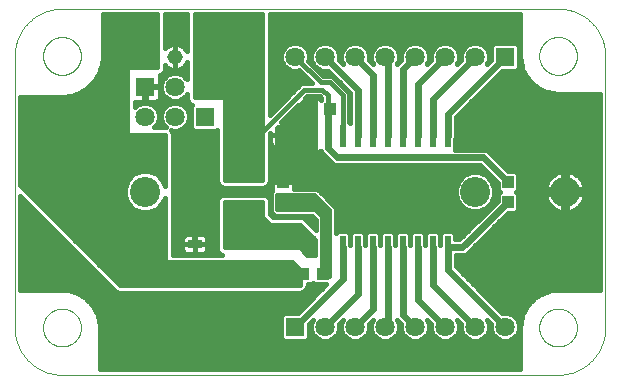
<source format=gtl>
G75*
%MOIN*%
%OFA0B0*%
%FSLAX25Y25*%
%IPPOS*%
%LPD*%
%AMOC8*
5,1,8,0,0,1.08239X$1,22.5*
%
%ADD10R,0.02200X0.07800*%
%ADD11R,0.04724X0.03150*%
%ADD12R,0.03937X0.04331*%
%ADD13R,0.03150X0.04724*%
%ADD14R,0.04331X0.03937*%
%ADD15C,0.01000*%
%ADD16R,0.05000X0.02500*%
%ADD17R,0.03268X0.02480*%
%ADD18C,0.00000*%
%ADD19R,0.06425X0.06425*%
%ADD20C,0.06425*%
%ADD21R,0.05150X0.05150*%
%ADD22C,0.05150*%
%ADD23C,0.10050*%
%ADD24C,0.01600*%
%ADD25C,0.01200*%
%ADD26R,0.03169X0.03169*%
%ADD27C,0.02400*%
D10*
X0130697Y0076680D03*
X0135697Y0076680D03*
X0140697Y0076680D03*
X0145697Y0076680D03*
X0150697Y0076680D03*
X0155697Y0076680D03*
X0160697Y0076680D03*
X0165697Y0076680D03*
X0170697Y0076680D03*
X0175697Y0076680D03*
X0175697Y0113680D03*
X0170697Y0113680D03*
X0165697Y0113680D03*
X0160697Y0113680D03*
X0155697Y0113680D03*
X0150697Y0113680D03*
X0145697Y0113680D03*
X0140697Y0113680D03*
X0135697Y0113680D03*
X0130697Y0113680D03*
D11*
X0091346Y0077699D03*
X0091346Y0070613D03*
D12*
X0120697Y0091833D03*
X0120697Y0098526D03*
X0195697Y0098526D03*
X0195697Y0091833D03*
D13*
X0119890Y0114156D03*
X0112803Y0114156D03*
D14*
X0129850Y0122680D03*
X0136543Y0122680D03*
X0134043Y0067680D03*
X0127350Y0067680D03*
D15*
X0120008Y0068054D02*
X0120008Y0071203D01*
X0117252Y0071203D01*
X0117252Y0069629D01*
X0115874Y0068251D01*
X0106819Y0068251D01*
X0105441Y0069629D01*
X0105441Y0071203D01*
X0102685Y0071203D01*
X0102685Y0068054D01*
X0105244Y0065495D01*
X0117449Y0065495D01*
X0120008Y0068054D01*
X0120008Y0068106D02*
X0102685Y0068106D01*
X0102685Y0069104D02*
X0105965Y0069104D01*
X0105441Y0070103D02*
X0102685Y0070103D01*
X0102685Y0071101D02*
X0105441Y0071101D01*
X0103632Y0067107D02*
X0119061Y0067107D01*
X0118063Y0066109D02*
X0104630Y0066109D01*
X0116727Y0069104D02*
X0120008Y0069104D01*
X0120008Y0070103D02*
X0117252Y0070103D01*
X0117252Y0071101D02*
X0120008Y0071101D01*
X0120008Y0077109D02*
X0117252Y0077109D01*
X0117252Y0078684D01*
X0115874Y0080062D01*
X0106819Y0080062D01*
X0105441Y0078684D01*
X0105441Y0077109D01*
X0102685Y0077109D01*
X0102685Y0080259D01*
X0105244Y0082818D01*
X0117449Y0082818D01*
X0120008Y0080259D01*
X0120008Y0077109D01*
X0120008Y0078091D02*
X0117252Y0078091D01*
X0116847Y0079089D02*
X0120008Y0079089D01*
X0120008Y0080088D02*
X0102685Y0080088D01*
X0102685Y0079089D02*
X0105846Y0079089D01*
X0105441Y0078091D02*
X0102685Y0078091D01*
X0103513Y0081086D02*
X0119180Y0081086D01*
X0118182Y0082085D02*
X0104511Y0082085D01*
D16*
X0111346Y0081440D03*
X0111346Y0066873D03*
D17*
X0105697Y0090652D03*
X0105697Y0099707D03*
D18*
X0047094Y0034156D02*
X0212449Y0034156D01*
X0206150Y0049904D02*
X0206152Y0050062D01*
X0206158Y0050220D01*
X0206168Y0050378D01*
X0206182Y0050536D01*
X0206200Y0050693D01*
X0206221Y0050850D01*
X0206247Y0051006D01*
X0206277Y0051162D01*
X0206310Y0051317D01*
X0206348Y0051470D01*
X0206389Y0051623D01*
X0206434Y0051775D01*
X0206483Y0051926D01*
X0206536Y0052075D01*
X0206592Y0052223D01*
X0206652Y0052369D01*
X0206716Y0052514D01*
X0206784Y0052657D01*
X0206855Y0052799D01*
X0206929Y0052939D01*
X0207007Y0053076D01*
X0207089Y0053212D01*
X0207173Y0053346D01*
X0207262Y0053477D01*
X0207353Y0053606D01*
X0207448Y0053733D01*
X0207545Y0053858D01*
X0207646Y0053980D01*
X0207750Y0054099D01*
X0207857Y0054216D01*
X0207967Y0054330D01*
X0208080Y0054441D01*
X0208195Y0054550D01*
X0208313Y0054655D01*
X0208434Y0054757D01*
X0208557Y0054857D01*
X0208683Y0054953D01*
X0208811Y0055046D01*
X0208941Y0055136D01*
X0209074Y0055222D01*
X0209209Y0055306D01*
X0209345Y0055385D01*
X0209484Y0055462D01*
X0209625Y0055534D01*
X0209767Y0055604D01*
X0209911Y0055669D01*
X0210057Y0055731D01*
X0210204Y0055789D01*
X0210353Y0055844D01*
X0210503Y0055895D01*
X0210654Y0055942D01*
X0210806Y0055985D01*
X0210959Y0056024D01*
X0211114Y0056060D01*
X0211269Y0056091D01*
X0211425Y0056119D01*
X0211581Y0056143D01*
X0211738Y0056163D01*
X0211896Y0056179D01*
X0212053Y0056191D01*
X0212212Y0056199D01*
X0212370Y0056203D01*
X0212528Y0056203D01*
X0212686Y0056199D01*
X0212845Y0056191D01*
X0213002Y0056179D01*
X0213160Y0056163D01*
X0213317Y0056143D01*
X0213473Y0056119D01*
X0213629Y0056091D01*
X0213784Y0056060D01*
X0213939Y0056024D01*
X0214092Y0055985D01*
X0214244Y0055942D01*
X0214395Y0055895D01*
X0214545Y0055844D01*
X0214694Y0055789D01*
X0214841Y0055731D01*
X0214987Y0055669D01*
X0215131Y0055604D01*
X0215273Y0055534D01*
X0215414Y0055462D01*
X0215553Y0055385D01*
X0215689Y0055306D01*
X0215824Y0055222D01*
X0215957Y0055136D01*
X0216087Y0055046D01*
X0216215Y0054953D01*
X0216341Y0054857D01*
X0216464Y0054757D01*
X0216585Y0054655D01*
X0216703Y0054550D01*
X0216818Y0054441D01*
X0216931Y0054330D01*
X0217041Y0054216D01*
X0217148Y0054099D01*
X0217252Y0053980D01*
X0217353Y0053858D01*
X0217450Y0053733D01*
X0217545Y0053606D01*
X0217636Y0053477D01*
X0217725Y0053346D01*
X0217809Y0053212D01*
X0217891Y0053076D01*
X0217969Y0052939D01*
X0218043Y0052799D01*
X0218114Y0052657D01*
X0218182Y0052514D01*
X0218246Y0052369D01*
X0218306Y0052223D01*
X0218362Y0052075D01*
X0218415Y0051926D01*
X0218464Y0051775D01*
X0218509Y0051623D01*
X0218550Y0051470D01*
X0218588Y0051317D01*
X0218621Y0051162D01*
X0218651Y0051006D01*
X0218677Y0050850D01*
X0218698Y0050693D01*
X0218716Y0050536D01*
X0218730Y0050378D01*
X0218740Y0050220D01*
X0218746Y0050062D01*
X0218748Y0049904D01*
X0218746Y0049746D01*
X0218740Y0049588D01*
X0218730Y0049430D01*
X0218716Y0049272D01*
X0218698Y0049115D01*
X0218677Y0048958D01*
X0218651Y0048802D01*
X0218621Y0048646D01*
X0218588Y0048491D01*
X0218550Y0048338D01*
X0218509Y0048185D01*
X0218464Y0048033D01*
X0218415Y0047882D01*
X0218362Y0047733D01*
X0218306Y0047585D01*
X0218246Y0047439D01*
X0218182Y0047294D01*
X0218114Y0047151D01*
X0218043Y0047009D01*
X0217969Y0046869D01*
X0217891Y0046732D01*
X0217809Y0046596D01*
X0217725Y0046462D01*
X0217636Y0046331D01*
X0217545Y0046202D01*
X0217450Y0046075D01*
X0217353Y0045950D01*
X0217252Y0045828D01*
X0217148Y0045709D01*
X0217041Y0045592D01*
X0216931Y0045478D01*
X0216818Y0045367D01*
X0216703Y0045258D01*
X0216585Y0045153D01*
X0216464Y0045051D01*
X0216341Y0044951D01*
X0216215Y0044855D01*
X0216087Y0044762D01*
X0215957Y0044672D01*
X0215824Y0044586D01*
X0215689Y0044502D01*
X0215553Y0044423D01*
X0215414Y0044346D01*
X0215273Y0044274D01*
X0215131Y0044204D01*
X0214987Y0044139D01*
X0214841Y0044077D01*
X0214694Y0044019D01*
X0214545Y0043964D01*
X0214395Y0043913D01*
X0214244Y0043866D01*
X0214092Y0043823D01*
X0213939Y0043784D01*
X0213784Y0043748D01*
X0213629Y0043717D01*
X0213473Y0043689D01*
X0213317Y0043665D01*
X0213160Y0043645D01*
X0213002Y0043629D01*
X0212845Y0043617D01*
X0212686Y0043609D01*
X0212528Y0043605D01*
X0212370Y0043605D01*
X0212212Y0043609D01*
X0212053Y0043617D01*
X0211896Y0043629D01*
X0211738Y0043645D01*
X0211581Y0043665D01*
X0211425Y0043689D01*
X0211269Y0043717D01*
X0211114Y0043748D01*
X0210959Y0043784D01*
X0210806Y0043823D01*
X0210654Y0043866D01*
X0210503Y0043913D01*
X0210353Y0043964D01*
X0210204Y0044019D01*
X0210057Y0044077D01*
X0209911Y0044139D01*
X0209767Y0044204D01*
X0209625Y0044274D01*
X0209484Y0044346D01*
X0209345Y0044423D01*
X0209209Y0044502D01*
X0209074Y0044586D01*
X0208941Y0044672D01*
X0208811Y0044762D01*
X0208683Y0044855D01*
X0208557Y0044951D01*
X0208434Y0045051D01*
X0208313Y0045153D01*
X0208195Y0045258D01*
X0208080Y0045367D01*
X0207967Y0045478D01*
X0207857Y0045592D01*
X0207750Y0045709D01*
X0207646Y0045828D01*
X0207545Y0045950D01*
X0207448Y0046075D01*
X0207353Y0046202D01*
X0207262Y0046331D01*
X0207173Y0046462D01*
X0207089Y0046596D01*
X0207007Y0046732D01*
X0206929Y0046869D01*
X0206855Y0047009D01*
X0206784Y0047151D01*
X0206716Y0047294D01*
X0206652Y0047439D01*
X0206592Y0047585D01*
X0206536Y0047733D01*
X0206483Y0047882D01*
X0206434Y0048033D01*
X0206389Y0048185D01*
X0206348Y0048338D01*
X0206310Y0048491D01*
X0206277Y0048646D01*
X0206247Y0048802D01*
X0206221Y0048958D01*
X0206200Y0049115D01*
X0206182Y0049272D01*
X0206168Y0049430D01*
X0206158Y0049588D01*
X0206152Y0049746D01*
X0206150Y0049904D01*
X0212449Y0034156D02*
X0212830Y0034161D01*
X0213210Y0034174D01*
X0213590Y0034197D01*
X0213969Y0034230D01*
X0214347Y0034271D01*
X0214724Y0034321D01*
X0215100Y0034381D01*
X0215475Y0034449D01*
X0215847Y0034527D01*
X0216218Y0034614D01*
X0216586Y0034709D01*
X0216952Y0034814D01*
X0217315Y0034927D01*
X0217676Y0035049D01*
X0218033Y0035179D01*
X0218387Y0035319D01*
X0218738Y0035466D01*
X0219085Y0035623D01*
X0219428Y0035787D01*
X0219767Y0035960D01*
X0220102Y0036141D01*
X0220433Y0036330D01*
X0220758Y0036527D01*
X0221079Y0036731D01*
X0221395Y0036944D01*
X0221705Y0037164D01*
X0222011Y0037391D01*
X0222310Y0037626D01*
X0222604Y0037868D01*
X0222892Y0038116D01*
X0223174Y0038372D01*
X0223449Y0038635D01*
X0223718Y0038904D01*
X0223981Y0039179D01*
X0224237Y0039461D01*
X0224485Y0039749D01*
X0224727Y0040043D01*
X0224962Y0040342D01*
X0225189Y0040648D01*
X0225409Y0040958D01*
X0225622Y0041274D01*
X0225826Y0041595D01*
X0226023Y0041920D01*
X0226212Y0042251D01*
X0226393Y0042586D01*
X0226566Y0042925D01*
X0226730Y0043268D01*
X0226887Y0043615D01*
X0227034Y0043966D01*
X0227174Y0044320D01*
X0227304Y0044677D01*
X0227426Y0045038D01*
X0227539Y0045401D01*
X0227644Y0045767D01*
X0227739Y0046135D01*
X0227826Y0046506D01*
X0227904Y0046878D01*
X0227972Y0047253D01*
X0228032Y0047629D01*
X0228082Y0048006D01*
X0228123Y0048384D01*
X0228156Y0048763D01*
X0228179Y0049143D01*
X0228192Y0049523D01*
X0228197Y0049904D01*
X0228197Y0140455D01*
X0206150Y0140455D02*
X0206152Y0140613D01*
X0206158Y0140771D01*
X0206168Y0140929D01*
X0206182Y0141087D01*
X0206200Y0141244D01*
X0206221Y0141401D01*
X0206247Y0141557D01*
X0206277Y0141713D01*
X0206310Y0141868D01*
X0206348Y0142021D01*
X0206389Y0142174D01*
X0206434Y0142326D01*
X0206483Y0142477D01*
X0206536Y0142626D01*
X0206592Y0142774D01*
X0206652Y0142920D01*
X0206716Y0143065D01*
X0206784Y0143208D01*
X0206855Y0143350D01*
X0206929Y0143490D01*
X0207007Y0143627D01*
X0207089Y0143763D01*
X0207173Y0143897D01*
X0207262Y0144028D01*
X0207353Y0144157D01*
X0207448Y0144284D01*
X0207545Y0144409D01*
X0207646Y0144531D01*
X0207750Y0144650D01*
X0207857Y0144767D01*
X0207967Y0144881D01*
X0208080Y0144992D01*
X0208195Y0145101D01*
X0208313Y0145206D01*
X0208434Y0145308D01*
X0208557Y0145408D01*
X0208683Y0145504D01*
X0208811Y0145597D01*
X0208941Y0145687D01*
X0209074Y0145773D01*
X0209209Y0145857D01*
X0209345Y0145936D01*
X0209484Y0146013D01*
X0209625Y0146085D01*
X0209767Y0146155D01*
X0209911Y0146220D01*
X0210057Y0146282D01*
X0210204Y0146340D01*
X0210353Y0146395D01*
X0210503Y0146446D01*
X0210654Y0146493D01*
X0210806Y0146536D01*
X0210959Y0146575D01*
X0211114Y0146611D01*
X0211269Y0146642D01*
X0211425Y0146670D01*
X0211581Y0146694D01*
X0211738Y0146714D01*
X0211896Y0146730D01*
X0212053Y0146742D01*
X0212212Y0146750D01*
X0212370Y0146754D01*
X0212528Y0146754D01*
X0212686Y0146750D01*
X0212845Y0146742D01*
X0213002Y0146730D01*
X0213160Y0146714D01*
X0213317Y0146694D01*
X0213473Y0146670D01*
X0213629Y0146642D01*
X0213784Y0146611D01*
X0213939Y0146575D01*
X0214092Y0146536D01*
X0214244Y0146493D01*
X0214395Y0146446D01*
X0214545Y0146395D01*
X0214694Y0146340D01*
X0214841Y0146282D01*
X0214987Y0146220D01*
X0215131Y0146155D01*
X0215273Y0146085D01*
X0215414Y0146013D01*
X0215553Y0145936D01*
X0215689Y0145857D01*
X0215824Y0145773D01*
X0215957Y0145687D01*
X0216087Y0145597D01*
X0216215Y0145504D01*
X0216341Y0145408D01*
X0216464Y0145308D01*
X0216585Y0145206D01*
X0216703Y0145101D01*
X0216818Y0144992D01*
X0216931Y0144881D01*
X0217041Y0144767D01*
X0217148Y0144650D01*
X0217252Y0144531D01*
X0217353Y0144409D01*
X0217450Y0144284D01*
X0217545Y0144157D01*
X0217636Y0144028D01*
X0217725Y0143897D01*
X0217809Y0143763D01*
X0217891Y0143627D01*
X0217969Y0143490D01*
X0218043Y0143350D01*
X0218114Y0143208D01*
X0218182Y0143065D01*
X0218246Y0142920D01*
X0218306Y0142774D01*
X0218362Y0142626D01*
X0218415Y0142477D01*
X0218464Y0142326D01*
X0218509Y0142174D01*
X0218550Y0142021D01*
X0218588Y0141868D01*
X0218621Y0141713D01*
X0218651Y0141557D01*
X0218677Y0141401D01*
X0218698Y0141244D01*
X0218716Y0141087D01*
X0218730Y0140929D01*
X0218740Y0140771D01*
X0218746Y0140613D01*
X0218748Y0140455D01*
X0218746Y0140297D01*
X0218740Y0140139D01*
X0218730Y0139981D01*
X0218716Y0139823D01*
X0218698Y0139666D01*
X0218677Y0139509D01*
X0218651Y0139353D01*
X0218621Y0139197D01*
X0218588Y0139042D01*
X0218550Y0138889D01*
X0218509Y0138736D01*
X0218464Y0138584D01*
X0218415Y0138433D01*
X0218362Y0138284D01*
X0218306Y0138136D01*
X0218246Y0137990D01*
X0218182Y0137845D01*
X0218114Y0137702D01*
X0218043Y0137560D01*
X0217969Y0137420D01*
X0217891Y0137283D01*
X0217809Y0137147D01*
X0217725Y0137013D01*
X0217636Y0136882D01*
X0217545Y0136753D01*
X0217450Y0136626D01*
X0217353Y0136501D01*
X0217252Y0136379D01*
X0217148Y0136260D01*
X0217041Y0136143D01*
X0216931Y0136029D01*
X0216818Y0135918D01*
X0216703Y0135809D01*
X0216585Y0135704D01*
X0216464Y0135602D01*
X0216341Y0135502D01*
X0216215Y0135406D01*
X0216087Y0135313D01*
X0215957Y0135223D01*
X0215824Y0135137D01*
X0215689Y0135053D01*
X0215553Y0134974D01*
X0215414Y0134897D01*
X0215273Y0134825D01*
X0215131Y0134755D01*
X0214987Y0134690D01*
X0214841Y0134628D01*
X0214694Y0134570D01*
X0214545Y0134515D01*
X0214395Y0134464D01*
X0214244Y0134417D01*
X0214092Y0134374D01*
X0213939Y0134335D01*
X0213784Y0134299D01*
X0213629Y0134268D01*
X0213473Y0134240D01*
X0213317Y0134216D01*
X0213160Y0134196D01*
X0213002Y0134180D01*
X0212845Y0134168D01*
X0212686Y0134160D01*
X0212528Y0134156D01*
X0212370Y0134156D01*
X0212212Y0134160D01*
X0212053Y0134168D01*
X0211896Y0134180D01*
X0211738Y0134196D01*
X0211581Y0134216D01*
X0211425Y0134240D01*
X0211269Y0134268D01*
X0211114Y0134299D01*
X0210959Y0134335D01*
X0210806Y0134374D01*
X0210654Y0134417D01*
X0210503Y0134464D01*
X0210353Y0134515D01*
X0210204Y0134570D01*
X0210057Y0134628D01*
X0209911Y0134690D01*
X0209767Y0134755D01*
X0209625Y0134825D01*
X0209484Y0134897D01*
X0209345Y0134974D01*
X0209209Y0135053D01*
X0209074Y0135137D01*
X0208941Y0135223D01*
X0208811Y0135313D01*
X0208683Y0135406D01*
X0208557Y0135502D01*
X0208434Y0135602D01*
X0208313Y0135704D01*
X0208195Y0135809D01*
X0208080Y0135918D01*
X0207967Y0136029D01*
X0207857Y0136143D01*
X0207750Y0136260D01*
X0207646Y0136379D01*
X0207545Y0136501D01*
X0207448Y0136626D01*
X0207353Y0136753D01*
X0207262Y0136882D01*
X0207173Y0137013D01*
X0207089Y0137147D01*
X0207007Y0137283D01*
X0206929Y0137420D01*
X0206855Y0137560D01*
X0206784Y0137702D01*
X0206716Y0137845D01*
X0206652Y0137990D01*
X0206592Y0138136D01*
X0206536Y0138284D01*
X0206483Y0138433D01*
X0206434Y0138584D01*
X0206389Y0138736D01*
X0206348Y0138889D01*
X0206310Y0139042D01*
X0206277Y0139197D01*
X0206247Y0139353D01*
X0206221Y0139509D01*
X0206200Y0139666D01*
X0206182Y0139823D01*
X0206168Y0139981D01*
X0206158Y0140139D01*
X0206152Y0140297D01*
X0206150Y0140455D01*
X0212449Y0156203D02*
X0212830Y0156198D01*
X0213210Y0156185D01*
X0213590Y0156162D01*
X0213969Y0156129D01*
X0214347Y0156088D01*
X0214724Y0156038D01*
X0215100Y0155978D01*
X0215475Y0155910D01*
X0215847Y0155832D01*
X0216218Y0155745D01*
X0216586Y0155650D01*
X0216952Y0155545D01*
X0217315Y0155432D01*
X0217676Y0155310D01*
X0218033Y0155180D01*
X0218387Y0155040D01*
X0218738Y0154893D01*
X0219085Y0154736D01*
X0219428Y0154572D01*
X0219767Y0154399D01*
X0220102Y0154218D01*
X0220433Y0154029D01*
X0220758Y0153832D01*
X0221079Y0153628D01*
X0221395Y0153415D01*
X0221705Y0153195D01*
X0222011Y0152968D01*
X0222310Y0152733D01*
X0222604Y0152491D01*
X0222892Y0152243D01*
X0223174Y0151987D01*
X0223449Y0151724D01*
X0223718Y0151455D01*
X0223981Y0151180D01*
X0224237Y0150898D01*
X0224485Y0150610D01*
X0224727Y0150316D01*
X0224962Y0150017D01*
X0225189Y0149711D01*
X0225409Y0149401D01*
X0225622Y0149085D01*
X0225826Y0148764D01*
X0226023Y0148439D01*
X0226212Y0148108D01*
X0226393Y0147773D01*
X0226566Y0147434D01*
X0226730Y0147091D01*
X0226887Y0146744D01*
X0227034Y0146393D01*
X0227174Y0146039D01*
X0227304Y0145682D01*
X0227426Y0145321D01*
X0227539Y0144958D01*
X0227644Y0144592D01*
X0227739Y0144224D01*
X0227826Y0143853D01*
X0227904Y0143481D01*
X0227972Y0143106D01*
X0228032Y0142730D01*
X0228082Y0142353D01*
X0228123Y0141975D01*
X0228156Y0141596D01*
X0228179Y0141216D01*
X0228192Y0140836D01*
X0228197Y0140455D01*
X0212449Y0156203D02*
X0047094Y0156203D01*
X0040795Y0140455D02*
X0040797Y0140613D01*
X0040803Y0140771D01*
X0040813Y0140929D01*
X0040827Y0141087D01*
X0040845Y0141244D01*
X0040866Y0141401D01*
X0040892Y0141557D01*
X0040922Y0141713D01*
X0040955Y0141868D01*
X0040993Y0142021D01*
X0041034Y0142174D01*
X0041079Y0142326D01*
X0041128Y0142477D01*
X0041181Y0142626D01*
X0041237Y0142774D01*
X0041297Y0142920D01*
X0041361Y0143065D01*
X0041429Y0143208D01*
X0041500Y0143350D01*
X0041574Y0143490D01*
X0041652Y0143627D01*
X0041734Y0143763D01*
X0041818Y0143897D01*
X0041907Y0144028D01*
X0041998Y0144157D01*
X0042093Y0144284D01*
X0042190Y0144409D01*
X0042291Y0144531D01*
X0042395Y0144650D01*
X0042502Y0144767D01*
X0042612Y0144881D01*
X0042725Y0144992D01*
X0042840Y0145101D01*
X0042958Y0145206D01*
X0043079Y0145308D01*
X0043202Y0145408D01*
X0043328Y0145504D01*
X0043456Y0145597D01*
X0043586Y0145687D01*
X0043719Y0145773D01*
X0043854Y0145857D01*
X0043990Y0145936D01*
X0044129Y0146013D01*
X0044270Y0146085D01*
X0044412Y0146155D01*
X0044556Y0146220D01*
X0044702Y0146282D01*
X0044849Y0146340D01*
X0044998Y0146395D01*
X0045148Y0146446D01*
X0045299Y0146493D01*
X0045451Y0146536D01*
X0045604Y0146575D01*
X0045759Y0146611D01*
X0045914Y0146642D01*
X0046070Y0146670D01*
X0046226Y0146694D01*
X0046383Y0146714D01*
X0046541Y0146730D01*
X0046698Y0146742D01*
X0046857Y0146750D01*
X0047015Y0146754D01*
X0047173Y0146754D01*
X0047331Y0146750D01*
X0047490Y0146742D01*
X0047647Y0146730D01*
X0047805Y0146714D01*
X0047962Y0146694D01*
X0048118Y0146670D01*
X0048274Y0146642D01*
X0048429Y0146611D01*
X0048584Y0146575D01*
X0048737Y0146536D01*
X0048889Y0146493D01*
X0049040Y0146446D01*
X0049190Y0146395D01*
X0049339Y0146340D01*
X0049486Y0146282D01*
X0049632Y0146220D01*
X0049776Y0146155D01*
X0049918Y0146085D01*
X0050059Y0146013D01*
X0050198Y0145936D01*
X0050334Y0145857D01*
X0050469Y0145773D01*
X0050602Y0145687D01*
X0050732Y0145597D01*
X0050860Y0145504D01*
X0050986Y0145408D01*
X0051109Y0145308D01*
X0051230Y0145206D01*
X0051348Y0145101D01*
X0051463Y0144992D01*
X0051576Y0144881D01*
X0051686Y0144767D01*
X0051793Y0144650D01*
X0051897Y0144531D01*
X0051998Y0144409D01*
X0052095Y0144284D01*
X0052190Y0144157D01*
X0052281Y0144028D01*
X0052370Y0143897D01*
X0052454Y0143763D01*
X0052536Y0143627D01*
X0052614Y0143490D01*
X0052688Y0143350D01*
X0052759Y0143208D01*
X0052827Y0143065D01*
X0052891Y0142920D01*
X0052951Y0142774D01*
X0053007Y0142626D01*
X0053060Y0142477D01*
X0053109Y0142326D01*
X0053154Y0142174D01*
X0053195Y0142021D01*
X0053233Y0141868D01*
X0053266Y0141713D01*
X0053296Y0141557D01*
X0053322Y0141401D01*
X0053343Y0141244D01*
X0053361Y0141087D01*
X0053375Y0140929D01*
X0053385Y0140771D01*
X0053391Y0140613D01*
X0053393Y0140455D01*
X0053391Y0140297D01*
X0053385Y0140139D01*
X0053375Y0139981D01*
X0053361Y0139823D01*
X0053343Y0139666D01*
X0053322Y0139509D01*
X0053296Y0139353D01*
X0053266Y0139197D01*
X0053233Y0139042D01*
X0053195Y0138889D01*
X0053154Y0138736D01*
X0053109Y0138584D01*
X0053060Y0138433D01*
X0053007Y0138284D01*
X0052951Y0138136D01*
X0052891Y0137990D01*
X0052827Y0137845D01*
X0052759Y0137702D01*
X0052688Y0137560D01*
X0052614Y0137420D01*
X0052536Y0137283D01*
X0052454Y0137147D01*
X0052370Y0137013D01*
X0052281Y0136882D01*
X0052190Y0136753D01*
X0052095Y0136626D01*
X0051998Y0136501D01*
X0051897Y0136379D01*
X0051793Y0136260D01*
X0051686Y0136143D01*
X0051576Y0136029D01*
X0051463Y0135918D01*
X0051348Y0135809D01*
X0051230Y0135704D01*
X0051109Y0135602D01*
X0050986Y0135502D01*
X0050860Y0135406D01*
X0050732Y0135313D01*
X0050602Y0135223D01*
X0050469Y0135137D01*
X0050334Y0135053D01*
X0050198Y0134974D01*
X0050059Y0134897D01*
X0049918Y0134825D01*
X0049776Y0134755D01*
X0049632Y0134690D01*
X0049486Y0134628D01*
X0049339Y0134570D01*
X0049190Y0134515D01*
X0049040Y0134464D01*
X0048889Y0134417D01*
X0048737Y0134374D01*
X0048584Y0134335D01*
X0048429Y0134299D01*
X0048274Y0134268D01*
X0048118Y0134240D01*
X0047962Y0134216D01*
X0047805Y0134196D01*
X0047647Y0134180D01*
X0047490Y0134168D01*
X0047331Y0134160D01*
X0047173Y0134156D01*
X0047015Y0134156D01*
X0046857Y0134160D01*
X0046698Y0134168D01*
X0046541Y0134180D01*
X0046383Y0134196D01*
X0046226Y0134216D01*
X0046070Y0134240D01*
X0045914Y0134268D01*
X0045759Y0134299D01*
X0045604Y0134335D01*
X0045451Y0134374D01*
X0045299Y0134417D01*
X0045148Y0134464D01*
X0044998Y0134515D01*
X0044849Y0134570D01*
X0044702Y0134628D01*
X0044556Y0134690D01*
X0044412Y0134755D01*
X0044270Y0134825D01*
X0044129Y0134897D01*
X0043990Y0134974D01*
X0043854Y0135053D01*
X0043719Y0135137D01*
X0043586Y0135223D01*
X0043456Y0135313D01*
X0043328Y0135406D01*
X0043202Y0135502D01*
X0043079Y0135602D01*
X0042958Y0135704D01*
X0042840Y0135809D01*
X0042725Y0135918D01*
X0042612Y0136029D01*
X0042502Y0136143D01*
X0042395Y0136260D01*
X0042291Y0136379D01*
X0042190Y0136501D01*
X0042093Y0136626D01*
X0041998Y0136753D01*
X0041907Y0136882D01*
X0041818Y0137013D01*
X0041734Y0137147D01*
X0041652Y0137283D01*
X0041574Y0137420D01*
X0041500Y0137560D01*
X0041429Y0137702D01*
X0041361Y0137845D01*
X0041297Y0137990D01*
X0041237Y0138136D01*
X0041181Y0138284D01*
X0041128Y0138433D01*
X0041079Y0138584D01*
X0041034Y0138736D01*
X0040993Y0138889D01*
X0040955Y0139042D01*
X0040922Y0139197D01*
X0040892Y0139353D01*
X0040866Y0139509D01*
X0040845Y0139666D01*
X0040827Y0139823D01*
X0040813Y0139981D01*
X0040803Y0140139D01*
X0040797Y0140297D01*
X0040795Y0140455D01*
X0031346Y0140455D02*
X0031351Y0140836D01*
X0031364Y0141216D01*
X0031387Y0141596D01*
X0031420Y0141975D01*
X0031461Y0142353D01*
X0031511Y0142730D01*
X0031571Y0143106D01*
X0031639Y0143481D01*
X0031717Y0143853D01*
X0031804Y0144224D01*
X0031899Y0144592D01*
X0032004Y0144958D01*
X0032117Y0145321D01*
X0032239Y0145682D01*
X0032369Y0146039D01*
X0032509Y0146393D01*
X0032656Y0146744D01*
X0032813Y0147091D01*
X0032977Y0147434D01*
X0033150Y0147773D01*
X0033331Y0148108D01*
X0033520Y0148439D01*
X0033717Y0148764D01*
X0033921Y0149085D01*
X0034134Y0149401D01*
X0034354Y0149711D01*
X0034581Y0150017D01*
X0034816Y0150316D01*
X0035058Y0150610D01*
X0035306Y0150898D01*
X0035562Y0151180D01*
X0035825Y0151455D01*
X0036094Y0151724D01*
X0036369Y0151987D01*
X0036651Y0152243D01*
X0036939Y0152491D01*
X0037233Y0152733D01*
X0037532Y0152968D01*
X0037838Y0153195D01*
X0038148Y0153415D01*
X0038464Y0153628D01*
X0038785Y0153832D01*
X0039110Y0154029D01*
X0039441Y0154218D01*
X0039776Y0154399D01*
X0040115Y0154572D01*
X0040458Y0154736D01*
X0040805Y0154893D01*
X0041156Y0155040D01*
X0041510Y0155180D01*
X0041867Y0155310D01*
X0042228Y0155432D01*
X0042591Y0155545D01*
X0042957Y0155650D01*
X0043325Y0155745D01*
X0043696Y0155832D01*
X0044068Y0155910D01*
X0044443Y0155978D01*
X0044819Y0156038D01*
X0045196Y0156088D01*
X0045574Y0156129D01*
X0045953Y0156162D01*
X0046333Y0156185D01*
X0046713Y0156198D01*
X0047094Y0156203D01*
X0031346Y0140455D02*
X0031346Y0049904D01*
X0040795Y0049904D02*
X0040797Y0050062D01*
X0040803Y0050220D01*
X0040813Y0050378D01*
X0040827Y0050536D01*
X0040845Y0050693D01*
X0040866Y0050850D01*
X0040892Y0051006D01*
X0040922Y0051162D01*
X0040955Y0051317D01*
X0040993Y0051470D01*
X0041034Y0051623D01*
X0041079Y0051775D01*
X0041128Y0051926D01*
X0041181Y0052075D01*
X0041237Y0052223D01*
X0041297Y0052369D01*
X0041361Y0052514D01*
X0041429Y0052657D01*
X0041500Y0052799D01*
X0041574Y0052939D01*
X0041652Y0053076D01*
X0041734Y0053212D01*
X0041818Y0053346D01*
X0041907Y0053477D01*
X0041998Y0053606D01*
X0042093Y0053733D01*
X0042190Y0053858D01*
X0042291Y0053980D01*
X0042395Y0054099D01*
X0042502Y0054216D01*
X0042612Y0054330D01*
X0042725Y0054441D01*
X0042840Y0054550D01*
X0042958Y0054655D01*
X0043079Y0054757D01*
X0043202Y0054857D01*
X0043328Y0054953D01*
X0043456Y0055046D01*
X0043586Y0055136D01*
X0043719Y0055222D01*
X0043854Y0055306D01*
X0043990Y0055385D01*
X0044129Y0055462D01*
X0044270Y0055534D01*
X0044412Y0055604D01*
X0044556Y0055669D01*
X0044702Y0055731D01*
X0044849Y0055789D01*
X0044998Y0055844D01*
X0045148Y0055895D01*
X0045299Y0055942D01*
X0045451Y0055985D01*
X0045604Y0056024D01*
X0045759Y0056060D01*
X0045914Y0056091D01*
X0046070Y0056119D01*
X0046226Y0056143D01*
X0046383Y0056163D01*
X0046541Y0056179D01*
X0046698Y0056191D01*
X0046857Y0056199D01*
X0047015Y0056203D01*
X0047173Y0056203D01*
X0047331Y0056199D01*
X0047490Y0056191D01*
X0047647Y0056179D01*
X0047805Y0056163D01*
X0047962Y0056143D01*
X0048118Y0056119D01*
X0048274Y0056091D01*
X0048429Y0056060D01*
X0048584Y0056024D01*
X0048737Y0055985D01*
X0048889Y0055942D01*
X0049040Y0055895D01*
X0049190Y0055844D01*
X0049339Y0055789D01*
X0049486Y0055731D01*
X0049632Y0055669D01*
X0049776Y0055604D01*
X0049918Y0055534D01*
X0050059Y0055462D01*
X0050198Y0055385D01*
X0050334Y0055306D01*
X0050469Y0055222D01*
X0050602Y0055136D01*
X0050732Y0055046D01*
X0050860Y0054953D01*
X0050986Y0054857D01*
X0051109Y0054757D01*
X0051230Y0054655D01*
X0051348Y0054550D01*
X0051463Y0054441D01*
X0051576Y0054330D01*
X0051686Y0054216D01*
X0051793Y0054099D01*
X0051897Y0053980D01*
X0051998Y0053858D01*
X0052095Y0053733D01*
X0052190Y0053606D01*
X0052281Y0053477D01*
X0052370Y0053346D01*
X0052454Y0053212D01*
X0052536Y0053076D01*
X0052614Y0052939D01*
X0052688Y0052799D01*
X0052759Y0052657D01*
X0052827Y0052514D01*
X0052891Y0052369D01*
X0052951Y0052223D01*
X0053007Y0052075D01*
X0053060Y0051926D01*
X0053109Y0051775D01*
X0053154Y0051623D01*
X0053195Y0051470D01*
X0053233Y0051317D01*
X0053266Y0051162D01*
X0053296Y0051006D01*
X0053322Y0050850D01*
X0053343Y0050693D01*
X0053361Y0050536D01*
X0053375Y0050378D01*
X0053385Y0050220D01*
X0053391Y0050062D01*
X0053393Y0049904D01*
X0053391Y0049746D01*
X0053385Y0049588D01*
X0053375Y0049430D01*
X0053361Y0049272D01*
X0053343Y0049115D01*
X0053322Y0048958D01*
X0053296Y0048802D01*
X0053266Y0048646D01*
X0053233Y0048491D01*
X0053195Y0048338D01*
X0053154Y0048185D01*
X0053109Y0048033D01*
X0053060Y0047882D01*
X0053007Y0047733D01*
X0052951Y0047585D01*
X0052891Y0047439D01*
X0052827Y0047294D01*
X0052759Y0047151D01*
X0052688Y0047009D01*
X0052614Y0046869D01*
X0052536Y0046732D01*
X0052454Y0046596D01*
X0052370Y0046462D01*
X0052281Y0046331D01*
X0052190Y0046202D01*
X0052095Y0046075D01*
X0051998Y0045950D01*
X0051897Y0045828D01*
X0051793Y0045709D01*
X0051686Y0045592D01*
X0051576Y0045478D01*
X0051463Y0045367D01*
X0051348Y0045258D01*
X0051230Y0045153D01*
X0051109Y0045051D01*
X0050986Y0044951D01*
X0050860Y0044855D01*
X0050732Y0044762D01*
X0050602Y0044672D01*
X0050469Y0044586D01*
X0050334Y0044502D01*
X0050198Y0044423D01*
X0050059Y0044346D01*
X0049918Y0044274D01*
X0049776Y0044204D01*
X0049632Y0044139D01*
X0049486Y0044077D01*
X0049339Y0044019D01*
X0049190Y0043964D01*
X0049040Y0043913D01*
X0048889Y0043866D01*
X0048737Y0043823D01*
X0048584Y0043784D01*
X0048429Y0043748D01*
X0048274Y0043717D01*
X0048118Y0043689D01*
X0047962Y0043665D01*
X0047805Y0043645D01*
X0047647Y0043629D01*
X0047490Y0043617D01*
X0047331Y0043609D01*
X0047173Y0043605D01*
X0047015Y0043605D01*
X0046857Y0043609D01*
X0046698Y0043617D01*
X0046541Y0043629D01*
X0046383Y0043645D01*
X0046226Y0043665D01*
X0046070Y0043689D01*
X0045914Y0043717D01*
X0045759Y0043748D01*
X0045604Y0043784D01*
X0045451Y0043823D01*
X0045299Y0043866D01*
X0045148Y0043913D01*
X0044998Y0043964D01*
X0044849Y0044019D01*
X0044702Y0044077D01*
X0044556Y0044139D01*
X0044412Y0044204D01*
X0044270Y0044274D01*
X0044129Y0044346D01*
X0043990Y0044423D01*
X0043854Y0044502D01*
X0043719Y0044586D01*
X0043586Y0044672D01*
X0043456Y0044762D01*
X0043328Y0044855D01*
X0043202Y0044951D01*
X0043079Y0045051D01*
X0042958Y0045153D01*
X0042840Y0045258D01*
X0042725Y0045367D01*
X0042612Y0045478D01*
X0042502Y0045592D01*
X0042395Y0045709D01*
X0042291Y0045828D01*
X0042190Y0045950D01*
X0042093Y0046075D01*
X0041998Y0046202D01*
X0041907Y0046331D01*
X0041818Y0046462D01*
X0041734Y0046596D01*
X0041652Y0046732D01*
X0041574Y0046869D01*
X0041500Y0047009D01*
X0041429Y0047151D01*
X0041361Y0047294D01*
X0041297Y0047439D01*
X0041237Y0047585D01*
X0041181Y0047733D01*
X0041128Y0047882D01*
X0041079Y0048033D01*
X0041034Y0048185D01*
X0040993Y0048338D01*
X0040955Y0048491D01*
X0040922Y0048646D01*
X0040892Y0048802D01*
X0040866Y0048958D01*
X0040845Y0049115D01*
X0040827Y0049272D01*
X0040813Y0049430D01*
X0040803Y0049588D01*
X0040797Y0049746D01*
X0040795Y0049904D01*
X0031346Y0049904D02*
X0031351Y0049523D01*
X0031364Y0049143D01*
X0031387Y0048763D01*
X0031420Y0048384D01*
X0031461Y0048006D01*
X0031511Y0047629D01*
X0031571Y0047253D01*
X0031639Y0046878D01*
X0031717Y0046506D01*
X0031804Y0046135D01*
X0031899Y0045767D01*
X0032004Y0045401D01*
X0032117Y0045038D01*
X0032239Y0044677D01*
X0032369Y0044320D01*
X0032509Y0043966D01*
X0032656Y0043615D01*
X0032813Y0043268D01*
X0032977Y0042925D01*
X0033150Y0042586D01*
X0033331Y0042251D01*
X0033520Y0041920D01*
X0033717Y0041595D01*
X0033921Y0041274D01*
X0034134Y0040958D01*
X0034354Y0040648D01*
X0034581Y0040342D01*
X0034816Y0040043D01*
X0035058Y0039749D01*
X0035306Y0039461D01*
X0035562Y0039179D01*
X0035825Y0038904D01*
X0036094Y0038635D01*
X0036369Y0038372D01*
X0036651Y0038116D01*
X0036939Y0037868D01*
X0037233Y0037626D01*
X0037532Y0037391D01*
X0037838Y0037164D01*
X0038148Y0036944D01*
X0038464Y0036731D01*
X0038785Y0036527D01*
X0039110Y0036330D01*
X0039441Y0036141D01*
X0039776Y0035960D01*
X0040115Y0035787D01*
X0040458Y0035623D01*
X0040805Y0035466D01*
X0041156Y0035319D01*
X0041510Y0035179D01*
X0041867Y0035049D01*
X0042228Y0034927D01*
X0042591Y0034814D01*
X0042957Y0034709D01*
X0043325Y0034614D01*
X0043696Y0034527D01*
X0044068Y0034449D01*
X0044443Y0034381D01*
X0044819Y0034321D01*
X0045196Y0034271D01*
X0045574Y0034230D01*
X0045953Y0034197D01*
X0046333Y0034174D01*
X0046713Y0034161D01*
X0047094Y0034156D01*
D19*
X0124772Y0050180D03*
X0094772Y0120180D03*
X0074772Y0130180D03*
X0194772Y0140180D03*
D20*
X0184772Y0140180D03*
X0174772Y0140180D03*
X0164772Y0140180D03*
X0154772Y0140180D03*
X0144772Y0140180D03*
X0134772Y0140180D03*
X0124772Y0140180D03*
X0094772Y0130180D03*
X0084772Y0130180D03*
X0084772Y0120180D03*
X0074772Y0120180D03*
X0134772Y0050180D03*
X0144772Y0050180D03*
X0154772Y0050180D03*
X0164772Y0050180D03*
X0174772Y0050180D03*
X0184772Y0050180D03*
X0194772Y0050180D03*
D21*
X0074772Y0140180D03*
D22*
X0084772Y0140180D03*
X0094772Y0140180D03*
D23*
X0074772Y0095180D03*
X0044772Y0095180D03*
X0184772Y0095180D03*
X0214772Y0095180D03*
D24*
X0215572Y0094900D02*
X0226397Y0094900D01*
X0226397Y0096498D02*
X0221482Y0096498D01*
X0221480Y0096514D02*
X0221248Y0097378D01*
X0220906Y0098205D01*
X0220459Y0098980D01*
X0219914Y0099689D01*
X0219281Y0100322D01*
X0218572Y0100867D01*
X0217797Y0101314D01*
X0216970Y0101656D01*
X0216106Y0101888D01*
X0215572Y0101958D01*
X0215572Y0095980D01*
X0221550Y0095980D01*
X0221480Y0096514D01*
X0220951Y0098097D02*
X0226397Y0098097D01*
X0226397Y0099695D02*
X0219908Y0099695D01*
X0217832Y0101294D02*
X0226397Y0101294D01*
X0226397Y0102892D02*
X0195008Y0102892D01*
X0195808Y0102092D02*
X0189040Y0108860D01*
X0188084Y0109256D01*
X0178197Y0109256D01*
X0178197Y0112921D01*
X0178297Y0113163D01*
X0178297Y0120028D01*
X0193836Y0135567D01*
X0198564Y0135567D01*
X0199384Y0136387D01*
X0199384Y0143972D01*
X0198564Y0144792D01*
X0190979Y0144792D01*
X0190159Y0143972D01*
X0190159Y0139244D01*
X0188824Y0137909D01*
X0189384Y0139262D01*
X0189384Y0141097D01*
X0188682Y0142793D01*
X0187384Y0144090D01*
X0185689Y0144792D01*
X0183854Y0144792D01*
X0182159Y0144090D01*
X0180861Y0142793D01*
X0180159Y0141097D01*
X0180159Y0139262D01*
X0180164Y0139249D01*
X0178824Y0137909D01*
X0179384Y0139262D01*
X0179384Y0141097D01*
X0178682Y0142793D01*
X0177384Y0144090D01*
X0175689Y0144792D01*
X0173854Y0144792D01*
X0172159Y0144090D01*
X0170861Y0142793D01*
X0170159Y0141097D01*
X0170159Y0139262D01*
X0170164Y0139249D01*
X0168824Y0137909D01*
X0169384Y0139262D01*
X0169384Y0141097D01*
X0168682Y0142793D01*
X0167384Y0144090D01*
X0165689Y0144792D01*
X0163854Y0144792D01*
X0162159Y0144090D01*
X0160861Y0142793D01*
X0160159Y0141097D01*
X0160159Y0139262D01*
X0160164Y0139249D01*
X0158824Y0137909D01*
X0159384Y0139262D01*
X0159384Y0141097D01*
X0158682Y0142793D01*
X0157384Y0144090D01*
X0155689Y0144792D01*
X0153854Y0144792D01*
X0152159Y0144090D01*
X0150861Y0142793D01*
X0150159Y0141097D01*
X0150159Y0139262D01*
X0150720Y0137909D01*
X0149379Y0139249D01*
X0149384Y0139262D01*
X0149384Y0141097D01*
X0148682Y0142793D01*
X0147384Y0144090D01*
X0145689Y0144792D01*
X0143854Y0144792D01*
X0142159Y0144090D01*
X0140861Y0142793D01*
X0140159Y0141097D01*
X0140159Y0139262D01*
X0140720Y0137909D01*
X0139379Y0139249D01*
X0139384Y0139262D01*
X0139384Y0141097D01*
X0138682Y0142793D01*
X0137384Y0144090D01*
X0135689Y0144792D01*
X0133854Y0144792D01*
X0132159Y0144090D01*
X0130861Y0142793D01*
X0130159Y0141097D01*
X0130159Y0139262D01*
X0130861Y0137567D01*
X0132159Y0136269D01*
X0133854Y0135567D01*
X0135689Y0135567D01*
X0135702Y0135573D01*
X0143097Y0128178D01*
X0143097Y0118260D01*
X0142897Y0118460D01*
X0142897Y0128217D01*
X0138546Y0132567D01*
X0137258Y0133856D01*
X0134207Y0133856D01*
X0129213Y0138849D01*
X0129384Y0139262D01*
X0129384Y0141097D01*
X0128682Y0142793D01*
X0127384Y0144090D01*
X0125689Y0144792D01*
X0123854Y0144792D01*
X0122159Y0144090D01*
X0120861Y0142793D01*
X0120159Y0141097D01*
X0120159Y0139262D01*
X0120861Y0137567D01*
X0122159Y0136269D01*
X0123854Y0135567D01*
X0125689Y0135567D01*
X0126102Y0135738D01*
X0130484Y0131356D01*
X0126892Y0131356D01*
X0116446Y0120911D01*
X0116446Y0154403D01*
X0199838Y0154403D01*
X0199838Y0140754D01*
X0199816Y0140729D01*
X0199838Y0140427D01*
X0199838Y0140124D01*
X0199861Y0140101D01*
X0199941Y0138983D01*
X0199906Y0138928D01*
X0199964Y0138660D01*
X0199984Y0138387D01*
X0200033Y0138344D01*
X0200278Y0137218D01*
X0200251Y0137159D01*
X0200347Y0136902D01*
X0200405Y0136634D01*
X0200460Y0136599D01*
X0200863Y0135519D01*
X0200844Y0135456D01*
X0200976Y0135216D01*
X0201071Y0134959D01*
X0201131Y0134932D01*
X0201683Y0133920D01*
X0201674Y0133856D01*
X0201838Y0133636D01*
X0201969Y0133396D01*
X0202032Y0133377D01*
X0202723Y0132455D01*
X0202723Y0132389D01*
X0202916Y0132196D01*
X0203081Y0131976D01*
X0203145Y0131967D01*
X0203960Y0131152D01*
X0203970Y0131087D01*
X0204189Y0130923D01*
X0204383Y0130729D01*
X0204448Y0130729D01*
X0205371Y0130038D01*
X0205389Y0129976D01*
X0205630Y0129845D01*
X0205849Y0129680D01*
X0205914Y0129690D01*
X0206925Y0129137D01*
X0206952Y0129078D01*
X0207209Y0128982D01*
X0207450Y0128851D01*
X0207512Y0128869D01*
X0208592Y0128466D01*
X0208627Y0128412D01*
X0208895Y0128353D01*
X0209152Y0128257D01*
X0209211Y0128284D01*
X0210338Y0128039D01*
X0210380Y0127990D01*
X0210654Y0127971D01*
X0210922Y0127912D01*
X0210976Y0127948D01*
X0212094Y0127868D01*
X0212117Y0127844D01*
X0212420Y0127844D01*
X0212722Y0127823D01*
X0212747Y0127844D01*
X0226397Y0127844D01*
X0226397Y0062515D01*
X0212747Y0062515D01*
X0212722Y0062537D01*
X0212420Y0062515D01*
X0212117Y0062515D01*
X0212094Y0062492D01*
X0210976Y0062412D01*
X0210922Y0062447D01*
X0210654Y0062389D01*
X0210380Y0062369D01*
X0210338Y0062320D01*
X0209211Y0062075D01*
X0209152Y0062102D01*
X0208895Y0062006D01*
X0208627Y0061948D01*
X0208592Y0061893D01*
X0207512Y0061490D01*
X0207450Y0061509D01*
X0207209Y0061377D01*
X0206952Y0061282D01*
X0206925Y0061222D01*
X0205914Y0060670D01*
X0205849Y0060679D01*
X0205630Y0060515D01*
X0205389Y0060384D01*
X0205371Y0060321D01*
X0204448Y0059630D01*
X0204383Y0059630D01*
X0204189Y0059437D01*
X0203970Y0059272D01*
X0203960Y0059208D01*
X0203145Y0058393D01*
X0203081Y0058383D01*
X0202916Y0058164D01*
X0202723Y0057970D01*
X0202723Y0057905D01*
X0202032Y0056982D01*
X0201969Y0056964D01*
X0201838Y0056723D01*
X0201674Y0056504D01*
X0201683Y0056439D01*
X0201131Y0055428D01*
X0201071Y0055401D01*
X0200976Y0055144D01*
X0200844Y0054903D01*
X0200863Y0054841D01*
X0200460Y0053761D01*
X0200405Y0053726D01*
X0200347Y0053458D01*
X0200251Y0053201D01*
X0200278Y0053142D01*
X0200033Y0052015D01*
X0199984Y0051973D01*
X0199964Y0051699D01*
X0199906Y0051431D01*
X0199941Y0051377D01*
X0199861Y0050259D01*
X0199838Y0050236D01*
X0199838Y0049933D01*
X0199816Y0049631D01*
X0199838Y0049606D01*
X0199838Y0035956D01*
X0059705Y0035956D01*
X0059705Y0049606D01*
X0059727Y0049631D01*
X0059705Y0049933D01*
X0059705Y0050236D01*
X0059682Y0050259D01*
X0059602Y0051377D01*
X0059637Y0051431D01*
X0059579Y0051699D01*
X0059560Y0051973D01*
X0059510Y0052015D01*
X0059265Y0053142D01*
X0059292Y0053201D01*
X0059197Y0053458D01*
X0059138Y0053726D01*
X0059084Y0053761D01*
X0058681Y0054841D01*
X0058699Y0054903D01*
X0058568Y0055144D01*
X0058472Y0055401D01*
X0058413Y0055428D01*
X0057860Y0056439D01*
X0057870Y0056504D01*
X0057705Y0056723D01*
X0057574Y0056964D01*
X0057511Y0056982D01*
X0056821Y0057905D01*
X0056821Y0057970D01*
X0056627Y0058164D01*
X0056463Y0058383D01*
X0056398Y0058393D01*
X0055583Y0059208D01*
X0055574Y0059272D01*
X0055354Y0059437D01*
X0055160Y0059630D01*
X0055095Y0059630D01*
X0054173Y0060321D01*
X0054154Y0060384D01*
X0053914Y0060515D01*
X0053694Y0060679D01*
X0053630Y0060670D01*
X0052618Y0061222D01*
X0052591Y0061282D01*
X0052334Y0061377D01*
X0052094Y0061509D01*
X0052031Y0061490D01*
X0050951Y0061893D01*
X0050916Y0061948D01*
X0050648Y0062006D01*
X0050391Y0062102D01*
X0050332Y0062075D01*
X0049206Y0062320D01*
X0049163Y0062369D01*
X0048889Y0062389D01*
X0048622Y0062447D01*
X0048567Y0062412D01*
X0047449Y0062492D01*
X0047426Y0062515D01*
X0047123Y0062515D01*
X0046821Y0062537D01*
X0046796Y0062515D01*
X0033146Y0062515D01*
X0033146Y0093679D01*
X0064142Y0062683D01*
X0064874Y0061952D01*
X0065829Y0061556D01*
X0126864Y0061556D01*
X0127819Y0061952D01*
X0128551Y0062683D01*
X0128946Y0063639D01*
X0128946Y0064311D01*
X0130096Y0064311D01*
X0130697Y0064912D01*
X0131298Y0064311D01*
X0135226Y0064311D01*
X0125707Y0054792D01*
X0120979Y0054792D01*
X0120159Y0053972D01*
X0120159Y0046387D01*
X0120979Y0045567D01*
X0128564Y0045567D01*
X0129384Y0046387D01*
X0129384Y0051115D01*
X0130720Y0052451D01*
X0130159Y0051097D01*
X0130159Y0049262D01*
X0130861Y0047567D01*
X0132159Y0046269D01*
X0133854Y0045567D01*
X0135689Y0045567D01*
X0137384Y0046269D01*
X0138682Y0047567D01*
X0139384Y0049262D01*
X0139384Y0051097D01*
X0139379Y0051110D01*
X0140720Y0052451D01*
X0140159Y0051097D01*
X0140159Y0049262D01*
X0140861Y0047567D01*
X0142159Y0046269D01*
X0143854Y0045567D01*
X0145689Y0045567D01*
X0147384Y0046269D01*
X0148682Y0047567D01*
X0149384Y0049262D01*
X0149384Y0051097D01*
X0149379Y0051110D01*
X0150720Y0052451D01*
X0150159Y0051097D01*
X0150159Y0049262D01*
X0150861Y0047567D01*
X0152159Y0046269D01*
X0153854Y0045567D01*
X0155689Y0045567D01*
X0157384Y0046269D01*
X0158682Y0047567D01*
X0159384Y0049262D01*
X0159384Y0051097D01*
X0158824Y0052451D01*
X0160164Y0051110D01*
X0160159Y0051097D01*
X0160159Y0049262D01*
X0160861Y0047567D01*
X0162159Y0046269D01*
X0163854Y0045567D01*
X0165689Y0045567D01*
X0167384Y0046269D01*
X0168682Y0047567D01*
X0169384Y0049262D01*
X0169384Y0051097D01*
X0168824Y0052451D01*
X0170164Y0051110D01*
X0170159Y0051097D01*
X0170159Y0049262D01*
X0170861Y0047567D01*
X0172159Y0046269D01*
X0173854Y0045567D01*
X0175689Y0045567D01*
X0177384Y0046269D01*
X0178682Y0047567D01*
X0179384Y0049262D01*
X0179384Y0051097D01*
X0178824Y0052451D01*
X0180164Y0051110D01*
X0180159Y0051097D01*
X0180159Y0049262D01*
X0180861Y0047567D01*
X0182159Y0046269D01*
X0183854Y0045567D01*
X0185689Y0045567D01*
X0187384Y0046269D01*
X0188682Y0047567D01*
X0189384Y0049262D01*
X0189384Y0051097D01*
X0188824Y0052451D01*
X0190164Y0051110D01*
X0190159Y0051097D01*
X0190159Y0049262D01*
X0190861Y0047567D01*
X0192159Y0046269D01*
X0193854Y0045567D01*
X0195689Y0045567D01*
X0197384Y0046269D01*
X0198682Y0047567D01*
X0199384Y0049262D01*
X0199384Y0051097D01*
X0198682Y0052793D01*
X0197384Y0054090D01*
X0195689Y0054792D01*
X0193854Y0054792D01*
X0193841Y0054787D01*
X0178297Y0070332D01*
X0178297Y0074080D01*
X0181060Y0074080D01*
X0182016Y0074476D01*
X0182747Y0075207D01*
X0195808Y0088268D01*
X0198245Y0088268D01*
X0199065Y0089088D01*
X0199065Y0094579D01*
X0198464Y0095180D01*
X0199065Y0095781D01*
X0199065Y0101271D01*
X0198245Y0102092D01*
X0195808Y0102092D01*
X0199043Y0101294D02*
X0211711Y0101294D01*
X0211747Y0101314D02*
X0210972Y0100867D01*
X0210262Y0100322D01*
X0209629Y0099689D01*
X0209085Y0098980D01*
X0208637Y0098205D01*
X0208295Y0097378D01*
X0208063Y0096514D01*
X0207993Y0095980D01*
X0213972Y0095980D01*
X0213972Y0101958D01*
X0213437Y0101888D01*
X0212573Y0101656D01*
X0211747Y0101314D01*
X0213972Y0101294D02*
X0215572Y0101294D01*
X0215572Y0099695D02*
X0213972Y0099695D01*
X0213972Y0098097D02*
X0215572Y0098097D01*
X0215572Y0096498D02*
X0213972Y0096498D01*
X0213972Y0095980D02*
X0215572Y0095980D01*
X0215572Y0094380D01*
X0221550Y0094380D01*
X0221480Y0093845D01*
X0221248Y0092981D01*
X0220906Y0092155D01*
X0220459Y0091380D01*
X0219914Y0090670D01*
X0219281Y0090037D01*
X0218572Y0089493D01*
X0217797Y0089045D01*
X0216970Y0088703D01*
X0216106Y0088472D01*
X0215572Y0088401D01*
X0215572Y0094380D01*
X0213972Y0094380D01*
X0213972Y0088401D01*
X0213437Y0088472D01*
X0212573Y0088703D01*
X0211747Y0089045D01*
X0210972Y0089493D01*
X0210262Y0090037D01*
X0209629Y0090670D01*
X0209085Y0091380D01*
X0208637Y0092155D01*
X0208295Y0092981D01*
X0208063Y0093845D01*
X0207993Y0094380D01*
X0213972Y0094380D01*
X0213972Y0095980D01*
X0213972Y0094900D02*
X0198744Y0094900D01*
X0199065Y0096498D02*
X0208061Y0096498D01*
X0208593Y0098097D02*
X0199065Y0098097D01*
X0199065Y0099695D02*
X0209635Y0099695D01*
X0208209Y0093301D02*
X0199065Y0093301D01*
X0199065Y0091703D02*
X0208898Y0091703D01*
X0210195Y0090104D02*
X0199065Y0090104D01*
X0198483Y0088506D02*
X0213310Y0088506D01*
X0213972Y0088506D02*
X0215572Y0088506D01*
X0216233Y0088506D02*
X0226397Y0088506D01*
X0226397Y0090104D02*
X0219348Y0090104D01*
X0220645Y0091703D02*
X0226397Y0091703D01*
X0226397Y0093301D02*
X0221334Y0093301D01*
X0215572Y0093301D02*
X0213972Y0093301D01*
X0213972Y0091703D02*
X0215572Y0091703D01*
X0215572Y0090104D02*
X0213972Y0090104D01*
X0226397Y0086907D02*
X0194447Y0086907D01*
X0192849Y0085309D02*
X0226397Y0085309D01*
X0226397Y0083710D02*
X0191250Y0083710D01*
X0189652Y0082112D02*
X0226397Y0082112D01*
X0226397Y0080513D02*
X0188053Y0080513D01*
X0186455Y0078914D02*
X0226397Y0078914D01*
X0226397Y0077316D02*
X0184856Y0077316D01*
X0183258Y0075717D02*
X0226397Y0075717D01*
X0226397Y0074119D02*
X0181155Y0074119D01*
X0178297Y0072520D02*
X0226397Y0072520D01*
X0226397Y0070922D02*
X0178297Y0070922D01*
X0179305Y0069323D02*
X0226397Y0069323D01*
X0226397Y0067725D02*
X0180903Y0067725D01*
X0182502Y0066126D02*
X0226397Y0066126D01*
X0226397Y0064528D02*
X0184100Y0064528D01*
X0185699Y0062929D02*
X0226397Y0062929D01*
X0207084Y0061331D02*
X0187298Y0061331D01*
X0188896Y0059732D02*
X0204584Y0059732D01*
X0202886Y0058134D02*
X0190495Y0058134D01*
X0192093Y0056535D02*
X0201697Y0056535D01*
X0200863Y0054937D02*
X0193692Y0054937D01*
X0198136Y0053338D02*
X0200302Y0053338D01*
X0199967Y0051740D02*
X0199118Y0051740D01*
X0199384Y0050141D02*
X0199838Y0050141D01*
X0199838Y0048543D02*
X0199086Y0048543D01*
X0199838Y0046944D02*
X0198059Y0046944D01*
X0199838Y0045346D02*
X0059705Y0045346D01*
X0059705Y0046944D02*
X0120159Y0046944D01*
X0120159Y0048543D02*
X0059705Y0048543D01*
X0059705Y0050141D02*
X0120159Y0050141D01*
X0120159Y0051740D02*
X0059576Y0051740D01*
X0059241Y0053338D02*
X0120159Y0053338D01*
X0125852Y0054937D02*
X0058681Y0054937D01*
X0057846Y0056535D02*
X0127450Y0056535D01*
X0129049Y0058134D02*
X0056657Y0058134D01*
X0054959Y0059732D02*
X0130647Y0059732D01*
X0132246Y0061331D02*
X0052459Y0061331D01*
X0060699Y0066126D02*
X0033146Y0066126D01*
X0033146Y0064528D02*
X0062298Y0064528D01*
X0063896Y0062929D02*
X0033146Y0062929D01*
X0033146Y0067725D02*
X0059101Y0067725D01*
X0057502Y0069323D02*
X0033146Y0069323D01*
X0033146Y0070922D02*
X0055904Y0070922D01*
X0054305Y0072520D02*
X0033146Y0072520D01*
X0033146Y0074119D02*
X0052707Y0074119D01*
X0051108Y0075717D02*
X0033146Y0075717D01*
X0033146Y0077316D02*
X0049510Y0077316D01*
X0047911Y0078914D02*
X0033146Y0078914D01*
X0033146Y0080513D02*
X0046313Y0080513D01*
X0044714Y0082112D02*
X0033146Y0082112D01*
X0033146Y0083710D02*
X0043116Y0083710D01*
X0041517Y0085309D02*
X0033146Y0085309D01*
X0033146Y0086907D02*
X0039919Y0086907D01*
X0038320Y0088506D02*
X0033146Y0088506D01*
X0033146Y0090104D02*
X0036722Y0090104D01*
X0035123Y0091703D02*
X0033146Y0091703D01*
X0033146Y0093301D02*
X0033525Y0093301D01*
X0035603Y0094900D02*
X0067947Y0094900D01*
X0067947Y0093822D02*
X0068986Y0091314D01*
X0070906Y0089394D01*
X0073414Y0088355D01*
X0076129Y0088355D01*
X0078638Y0089394D01*
X0080558Y0091314D01*
X0081346Y0093218D01*
X0081346Y0071656D01*
X0123846Y0071656D01*
X0126346Y0069156D01*
X0126346Y0064156D01*
X0066346Y0064156D01*
X0033146Y0097356D01*
X0033146Y0126844D01*
X0046423Y0126844D01*
X0046479Y0126796D01*
X0047159Y0126844D01*
X0047840Y0126844D01*
X0047893Y0126897D01*
X0048306Y0126926D01*
X0048429Y0126847D01*
X0049032Y0126978D01*
X0049647Y0127022D01*
X0049743Y0127133D01*
X0050219Y0127237D01*
X0050352Y0127176D01*
X0050930Y0127391D01*
X0051533Y0127522D01*
X0051612Y0127646D01*
X0052069Y0127816D01*
X0052209Y0127775D01*
X0052751Y0128070D01*
X0053329Y0128286D01*
X0053389Y0128419D01*
X0053817Y0128652D01*
X0053962Y0128632D01*
X0054456Y0129001D01*
X0054997Y0129297D01*
X0055038Y0129437D01*
X0055428Y0129729D01*
X0055575Y0129729D01*
X0056011Y0130165D01*
X0056505Y0130535D01*
X0056525Y0130680D01*
X0056870Y0131024D01*
X0057015Y0131045D01*
X0057384Y0131539D01*
X0057821Y0131975D01*
X0057821Y0132122D01*
X0058112Y0132512D01*
X0058253Y0132553D01*
X0058549Y0133094D01*
X0058918Y0133588D01*
X0058897Y0133733D01*
X0059131Y0134160D01*
X0059264Y0134221D01*
X0059480Y0134799D01*
X0059775Y0135341D01*
X0059734Y0135481D01*
X0059904Y0135937D01*
X0060027Y0136017D01*
X0060159Y0136619D01*
X0060374Y0137197D01*
X0060313Y0137331D01*
X0060417Y0137806D01*
X0060528Y0137902D01*
X0060572Y0138518D01*
X0060703Y0139120D01*
X0060623Y0139244D01*
X0060653Y0139657D01*
X0060705Y0139710D01*
X0060705Y0140391D01*
X0060754Y0141071D01*
X0060705Y0141127D01*
X0060705Y0154403D01*
X0078846Y0154403D01*
X0078846Y0136656D01*
X0068846Y0136656D01*
X0068846Y0114156D01*
X0081346Y0114156D01*
X0081346Y0097141D01*
X0080558Y0099046D01*
X0078638Y0100966D01*
X0076129Y0102005D01*
X0073414Y0102005D01*
X0070906Y0100966D01*
X0068986Y0099046D01*
X0067947Y0096537D01*
X0067947Y0093822D01*
X0068163Y0093301D02*
X0037202Y0093301D01*
X0038800Y0091703D02*
X0068825Y0091703D01*
X0070195Y0090104D02*
X0040399Y0090104D01*
X0041997Y0088506D02*
X0073050Y0088506D01*
X0076493Y0088506D02*
X0081346Y0088506D01*
X0081346Y0090104D02*
X0079348Y0090104D01*
X0080719Y0091703D02*
X0081346Y0091703D01*
X0083946Y0091703D02*
X0098746Y0091703D01*
X0098746Y0092173D02*
X0098746Y0076139D01*
X0099142Y0075183D01*
X0099874Y0074452D01*
X0100346Y0074256D01*
X0083946Y0074256D01*
X0083946Y0113639D01*
X0083946Y0114673D01*
X0083551Y0115629D01*
X0083441Y0115738D01*
X0083854Y0115567D01*
X0085689Y0115567D01*
X0087384Y0116269D01*
X0088682Y0117567D01*
X0089384Y0119262D01*
X0089384Y0121097D01*
X0088682Y0122793D01*
X0087384Y0124090D01*
X0085689Y0124792D01*
X0083854Y0124792D01*
X0082159Y0124090D01*
X0080861Y0122793D01*
X0080159Y0121097D01*
X0080159Y0119262D01*
X0080861Y0117567D01*
X0081672Y0116756D01*
X0077871Y0116756D01*
X0078682Y0117567D01*
X0079384Y0119262D01*
X0079384Y0121097D01*
X0078682Y0122793D01*
X0077384Y0124090D01*
X0075689Y0124792D01*
X0073854Y0124792D01*
X0072159Y0124090D01*
X0071446Y0123378D01*
X0071446Y0125167D01*
X0074568Y0125167D01*
X0074568Y0129976D01*
X0074976Y0129976D01*
X0074976Y0130384D01*
X0079784Y0130384D01*
X0079784Y0133629D01*
X0079662Y0134087D01*
X0079619Y0134162D01*
X0080319Y0134452D01*
X0081051Y0135183D01*
X0081446Y0136139D01*
X0081446Y0137318D01*
X0081922Y0136843D01*
X0082479Y0136438D01*
X0083092Y0136125D01*
X0083747Y0135913D01*
X0084427Y0135805D01*
X0084772Y0135805D01*
X0085116Y0135805D01*
X0085796Y0135913D01*
X0086451Y0136125D01*
X0087065Y0136438D01*
X0087622Y0136843D01*
X0088109Y0137330D01*
X0088513Y0137887D01*
X0088746Y0138344D01*
X0088746Y0132637D01*
X0088682Y0132793D01*
X0087384Y0134090D01*
X0085689Y0134792D01*
X0083854Y0134792D01*
X0082159Y0134090D01*
X0080861Y0132793D01*
X0080159Y0131097D01*
X0080159Y0129262D01*
X0080861Y0127567D01*
X0082159Y0126269D01*
X0083854Y0125567D01*
X0085689Y0125567D01*
X0087384Y0126269D01*
X0088682Y0127567D01*
X0088746Y0127723D01*
X0088746Y0126139D01*
X0089142Y0125183D01*
X0089874Y0124452D01*
X0090415Y0124228D01*
X0090159Y0123972D01*
X0090159Y0116387D01*
X0090979Y0115567D01*
X0098564Y0115567D01*
X0098746Y0115750D01*
X0098746Y0098639D01*
X0099142Y0097683D01*
X0099874Y0096952D01*
X0100829Y0096556D01*
X0114364Y0096556D01*
X0115319Y0096952D01*
X0116051Y0097683D01*
X0116446Y0098639D01*
X0116446Y0114688D01*
X0116515Y0114757D01*
X0116515Y0114156D01*
X0116515Y0111557D01*
X0116638Y0111099D01*
X0116875Y0110689D01*
X0117210Y0110354D01*
X0117620Y0110117D01*
X0118078Y0109994D01*
X0119890Y0109994D01*
X0121702Y0109994D01*
X0122159Y0110117D01*
X0122570Y0110354D01*
X0122905Y0110689D01*
X0123142Y0111099D01*
X0123265Y0111557D01*
X0123265Y0114156D01*
X0119890Y0114156D01*
X0119890Y0114156D01*
X0119890Y0109994D01*
X0119890Y0114156D01*
X0119890Y0114156D01*
X0123265Y0114156D01*
X0123265Y0116755D01*
X0123142Y0117213D01*
X0122905Y0117624D01*
X0122570Y0117959D01*
X0122159Y0118196D01*
X0121702Y0118318D01*
X0120077Y0118318D01*
X0125885Y0124127D01*
X0125885Y0122864D01*
X0129666Y0122864D01*
X0129666Y0122496D01*
X0125885Y0122496D01*
X0125885Y0120474D01*
X0126008Y0120016D01*
X0126245Y0119606D01*
X0126580Y0119271D01*
X0126990Y0119034D01*
X0127448Y0118911D01*
X0128383Y0118911D01*
X0128156Y0118685D01*
X0127920Y0118275D01*
X0127797Y0117817D01*
X0127797Y0113680D01*
X0130697Y0113680D01*
X0130697Y0113680D01*
X0130697Y0107980D01*
X0132034Y0107980D01*
X0132492Y0108102D01*
X0132902Y0108339D01*
X0133237Y0108675D01*
X0133304Y0108790D01*
X0133493Y0108333D01*
X0137374Y0104452D01*
X0138329Y0104056D01*
X0186490Y0104056D01*
X0192328Y0098218D01*
X0192328Y0095781D01*
X0192930Y0095180D01*
X0192328Y0094579D01*
X0192328Y0092142D01*
X0179466Y0079280D01*
X0178197Y0079280D01*
X0178197Y0081160D01*
X0177377Y0081980D01*
X0174017Y0081980D01*
X0173197Y0081160D01*
X0173197Y0077438D01*
X0173197Y0077438D01*
X0173197Y0081160D01*
X0172377Y0081980D01*
X0169017Y0081980D01*
X0168197Y0081160D01*
X0168197Y0077438D01*
X0168197Y0077438D01*
X0168197Y0081160D01*
X0167377Y0081980D01*
X0164017Y0081980D01*
X0163197Y0081160D01*
X0163197Y0077438D01*
X0163197Y0077438D01*
X0163197Y0081160D01*
X0162377Y0081980D01*
X0159017Y0081980D01*
X0158197Y0081160D01*
X0158197Y0077438D01*
X0158197Y0077438D01*
X0158197Y0081160D01*
X0157377Y0081980D01*
X0154017Y0081980D01*
X0153197Y0081160D01*
X0153197Y0077438D01*
X0153197Y0077438D01*
X0153197Y0081160D01*
X0152377Y0081980D01*
X0149017Y0081980D01*
X0148197Y0081160D01*
X0148197Y0077438D01*
X0148197Y0077438D01*
X0148197Y0081160D01*
X0147377Y0081980D01*
X0144017Y0081980D01*
X0143197Y0081160D01*
X0143197Y0077438D01*
X0143197Y0081160D01*
X0142377Y0081980D01*
X0139017Y0081980D01*
X0138346Y0081309D01*
X0138346Y0089985D01*
X0137175Y0091156D01*
X0133346Y0094985D01*
X0132175Y0096156D01*
X0124465Y0096156D01*
X0124465Y0098342D01*
X0120881Y0098342D01*
X0120881Y0098710D01*
X0124465Y0098710D01*
X0124465Y0100929D01*
X0124343Y0101386D01*
X0124106Y0101797D01*
X0123771Y0102132D01*
X0123360Y0102369D01*
X0122902Y0102492D01*
X0120881Y0102492D01*
X0120881Y0098711D01*
X0120513Y0098711D01*
X0120513Y0102492D01*
X0118491Y0102492D01*
X0118034Y0102369D01*
X0117623Y0102132D01*
X0117288Y0101797D01*
X0117051Y0101386D01*
X0116928Y0100929D01*
X0116928Y0098710D01*
X0120513Y0098710D01*
X0120513Y0098342D01*
X0116928Y0098342D01*
X0116928Y0096124D01*
X0117051Y0095666D01*
X0117226Y0095364D01*
X0116846Y0094985D01*
X0116846Y0088328D01*
X0118018Y0087156D01*
X0130518Y0087156D01*
X0131846Y0085828D01*
X0131846Y0082333D01*
X0127819Y0086360D01*
X0126864Y0086756D01*
X0117423Y0086756D01*
X0116446Y0087733D01*
X0116446Y0092173D01*
X0116051Y0093129D01*
X0115319Y0093860D01*
X0114364Y0094256D01*
X0100829Y0094256D01*
X0099874Y0093860D01*
X0099142Y0093129D01*
X0098746Y0092173D01*
X0099314Y0093301D02*
X0083946Y0093301D01*
X0083946Y0094900D02*
X0116846Y0094900D01*
X0116846Y0093301D02*
X0115878Y0093301D01*
X0116446Y0091703D02*
X0116846Y0091703D01*
X0116846Y0090104D02*
X0116446Y0090104D01*
X0116446Y0088506D02*
X0116846Y0088506D01*
X0117273Y0086907D02*
X0130767Y0086907D01*
X0131846Y0085309D02*
X0128871Y0085309D01*
X0130470Y0083710D02*
X0131846Y0083710D01*
X0128391Y0082112D02*
X0101346Y0082112D01*
X0101346Y0083710D02*
X0126793Y0083710D01*
X0126346Y0084156D02*
X0131346Y0079156D01*
X0131346Y0074156D01*
X0128846Y0074156D01*
X0126346Y0076656D01*
X0101346Y0076656D01*
X0101346Y0091656D01*
X0113846Y0091656D01*
X0113846Y0086656D01*
X0116346Y0084156D01*
X0126346Y0084156D01*
X0129990Y0080513D02*
X0101346Y0080513D01*
X0101346Y0078914D02*
X0131346Y0078914D01*
X0131346Y0077316D02*
X0101346Y0077316D01*
X0098746Y0077316D02*
X0095509Y0077316D01*
X0095509Y0077699D02*
X0095509Y0075888D01*
X0095386Y0075430D01*
X0095149Y0075019D01*
X0094814Y0074684D01*
X0094403Y0074447D01*
X0093946Y0074325D01*
X0091347Y0074325D01*
X0091347Y0077699D01*
X0091347Y0077700D01*
X0091346Y0077700D01*
X0091346Y0081074D01*
X0088747Y0081074D01*
X0088289Y0080952D01*
X0087879Y0080715D01*
X0087544Y0080379D01*
X0087307Y0079969D01*
X0087184Y0079511D01*
X0087184Y0077700D01*
X0091346Y0077700D01*
X0091346Y0077699D01*
X0091347Y0077699D01*
X0095509Y0077699D01*
X0095509Y0077700D02*
X0095509Y0079511D01*
X0095386Y0079969D01*
X0095149Y0080379D01*
X0094814Y0080715D01*
X0094403Y0080952D01*
X0093946Y0081074D01*
X0091347Y0081074D01*
X0091347Y0077700D01*
X0095509Y0077700D01*
X0095509Y0078914D02*
X0098746Y0078914D01*
X0098746Y0080513D02*
X0095016Y0080513D01*
X0091347Y0080513D02*
X0091346Y0080513D01*
X0091346Y0078914D02*
X0091347Y0078914D01*
X0091346Y0077699D02*
X0087184Y0077699D01*
X0087184Y0075888D01*
X0087307Y0075430D01*
X0087544Y0075019D01*
X0087879Y0074684D01*
X0088289Y0074447D01*
X0088747Y0074325D01*
X0091346Y0074325D01*
X0091346Y0077699D01*
X0091346Y0077316D02*
X0091347Y0077316D01*
X0091346Y0075717D02*
X0091347Y0075717D01*
X0095463Y0075717D02*
X0098921Y0075717D01*
X0098746Y0082112D02*
X0083946Y0082112D01*
X0083946Y0083710D02*
X0098746Y0083710D01*
X0098746Y0085309D02*
X0083946Y0085309D01*
X0083946Y0086907D02*
X0098746Y0086907D01*
X0098746Y0088506D02*
X0083946Y0088506D01*
X0083946Y0090104D02*
X0098746Y0090104D01*
X0101346Y0090104D02*
X0113846Y0090104D01*
X0113846Y0088506D02*
X0101346Y0088506D01*
X0101346Y0086907D02*
X0113846Y0086907D01*
X0115194Y0085309D02*
X0101346Y0085309D01*
X0087677Y0080513D02*
X0083946Y0080513D01*
X0083946Y0078914D02*
X0087184Y0078914D01*
X0087184Y0077316D02*
X0083946Y0077316D01*
X0083946Y0075717D02*
X0087230Y0075717D01*
X0081346Y0075717D02*
X0054785Y0075717D01*
X0056384Y0074119D02*
X0081346Y0074119D01*
X0081346Y0072520D02*
X0057982Y0072520D01*
X0059581Y0070922D02*
X0124581Y0070922D01*
X0126179Y0069323D02*
X0061179Y0069323D01*
X0062778Y0067725D02*
X0126346Y0067725D01*
X0126346Y0066126D02*
X0064376Y0066126D01*
X0065975Y0064528D02*
X0126346Y0064528D01*
X0128652Y0062929D02*
X0133844Y0062929D01*
X0131081Y0064528D02*
X0130312Y0064528D01*
X0131346Y0075717D02*
X0127285Y0075717D01*
X0138346Y0082112D02*
X0182298Y0082112D01*
X0183897Y0083710D02*
X0138346Y0083710D01*
X0138346Y0085309D02*
X0185495Y0085309D01*
X0187094Y0086907D02*
X0138346Y0086907D01*
X0138346Y0088506D02*
X0188692Y0088506D01*
X0188411Y0089733D02*
X0190218Y0091540D01*
X0191197Y0093902D01*
X0191197Y0096458D01*
X0190218Y0098819D01*
X0188411Y0100627D01*
X0186050Y0101605D01*
X0183494Y0101605D01*
X0181132Y0100627D01*
X0179325Y0098819D01*
X0178347Y0096458D01*
X0178347Y0093902D01*
X0179325Y0091540D01*
X0181132Y0089733D01*
X0183494Y0088755D01*
X0186050Y0088755D01*
X0188411Y0089733D01*
X0188782Y0090104D02*
X0190291Y0090104D01*
X0190286Y0091703D02*
X0191889Y0091703D01*
X0192328Y0093301D02*
X0190948Y0093301D01*
X0191197Y0094900D02*
X0192649Y0094900D01*
X0192328Y0096498D02*
X0191180Y0096498D01*
X0190518Y0098097D02*
X0192328Y0098097D01*
X0190851Y0099695D02*
X0189343Y0099695D01*
X0189252Y0101294D02*
X0186801Y0101294D01*
X0187654Y0102892D02*
X0116446Y0102892D01*
X0116446Y0101294D02*
X0117026Y0101294D01*
X0116928Y0099695D02*
X0116446Y0099695D01*
X0116222Y0098097D02*
X0116928Y0098097D01*
X0116928Y0096498D02*
X0083946Y0096498D01*
X0083946Y0098097D02*
X0098971Y0098097D01*
X0098746Y0099695D02*
X0083946Y0099695D01*
X0083946Y0101294D02*
X0098746Y0101294D01*
X0098746Y0102892D02*
X0083946Y0102892D01*
X0083946Y0104491D02*
X0098746Y0104491D01*
X0098746Y0106089D02*
X0083946Y0106089D01*
X0083946Y0107688D02*
X0098746Y0107688D01*
X0098746Y0109286D02*
X0083946Y0109286D01*
X0083946Y0110885D02*
X0098746Y0110885D01*
X0098746Y0112483D02*
X0083946Y0112483D01*
X0083946Y0114082D02*
X0098746Y0114082D01*
X0098746Y0115680D02*
X0098677Y0115680D01*
X0101346Y0115680D02*
X0113846Y0115680D01*
X0113846Y0114082D02*
X0101346Y0114082D01*
X0101346Y0112483D02*
X0113846Y0112483D01*
X0113846Y0110885D02*
X0101346Y0110885D01*
X0101346Y0109286D02*
X0113846Y0109286D01*
X0113846Y0107688D02*
X0101346Y0107688D01*
X0101346Y0106089D02*
X0113846Y0106089D01*
X0113846Y0104491D02*
X0101346Y0104491D01*
X0101346Y0102892D02*
X0113846Y0102892D01*
X0113846Y0101294D02*
X0101346Y0101294D01*
X0101346Y0099695D02*
X0113846Y0099695D01*
X0113846Y0099156D02*
X0113846Y0154403D01*
X0091346Y0154403D01*
X0091346Y0126656D01*
X0101346Y0126656D01*
X0101346Y0099156D01*
X0113846Y0099156D01*
X0118846Y0099156D02*
X0118846Y0116523D01*
X0118980Y0116656D01*
X0126346Y0116656D01*
X0126346Y0124023D01*
X0128880Y0126556D01*
X0131346Y0126556D01*
X0131346Y0106656D01*
X0136346Y0101656D01*
X0136346Y0099156D01*
X0118846Y0099156D01*
X0118846Y0099695D02*
X0136346Y0099695D01*
X0136346Y0101294D02*
X0118846Y0101294D01*
X0118846Y0102892D02*
X0135110Y0102892D01*
X0133512Y0104491D02*
X0118846Y0104491D01*
X0118846Y0106089D02*
X0131913Y0106089D01*
X0131346Y0107688D02*
X0118846Y0107688D01*
X0118846Y0109286D02*
X0131346Y0109286D01*
X0130697Y0109286D02*
X0130697Y0109286D01*
X0130697Y0107980D02*
X0129360Y0107980D01*
X0128902Y0108102D01*
X0128492Y0108339D01*
X0128156Y0108675D01*
X0127920Y0109085D01*
X0127797Y0109543D01*
X0127797Y0113680D01*
X0130697Y0113680D01*
X0130697Y0113680D01*
X0130697Y0107980D01*
X0127866Y0109286D02*
X0116446Y0109286D01*
X0116446Y0107688D02*
X0134138Y0107688D01*
X0135736Y0106089D02*
X0116446Y0106089D01*
X0116446Y0104491D02*
X0137335Y0104491D01*
X0131346Y0110885D02*
X0118846Y0110885D01*
X0119890Y0110885D02*
X0119890Y0110885D01*
X0119890Y0112483D02*
X0119890Y0112483D01*
X0118846Y0112483D02*
X0131346Y0112483D01*
X0130697Y0112483D02*
X0130697Y0112483D01*
X0130697Y0110885D02*
X0130697Y0110885D01*
X0127797Y0110885D02*
X0123018Y0110885D01*
X0123265Y0112483D02*
X0127797Y0112483D01*
X0127797Y0114082D02*
X0123265Y0114082D01*
X0123265Y0115680D02*
X0127797Y0115680D01*
X0127797Y0117279D02*
X0123104Y0117279D01*
X0120636Y0118877D02*
X0128349Y0118877D01*
X0126346Y0118877D02*
X0131346Y0118877D01*
X0131346Y0117279D02*
X0126346Y0117279D01*
X0126346Y0120476D02*
X0131346Y0120476D01*
X0131346Y0122074D02*
X0126346Y0122074D01*
X0125885Y0122074D02*
X0123833Y0122074D01*
X0125431Y0123673D02*
X0125885Y0123673D01*
X0126346Y0123673D02*
X0131346Y0123673D01*
X0130035Y0123673D02*
X0129666Y0123673D01*
X0129666Y0122864D02*
X0129666Y0126448D01*
X0128207Y0126448D01*
X0128714Y0126956D01*
X0132935Y0126956D01*
X0133497Y0126394D01*
X0133497Y0125747D01*
X0133473Y0125724D01*
X0133456Y0125754D01*
X0133121Y0126089D01*
X0132711Y0126326D01*
X0132253Y0126448D01*
X0130035Y0126448D01*
X0130035Y0122864D01*
X0129666Y0122864D01*
X0125885Y0120476D02*
X0122234Y0120476D01*
X0117610Y0122074D02*
X0116446Y0122074D01*
X0116446Y0123673D02*
X0119209Y0123673D01*
X0120807Y0125271D02*
X0116446Y0125271D01*
X0116446Y0126870D02*
X0122406Y0126870D01*
X0124004Y0128468D02*
X0116446Y0128468D01*
X0116446Y0130067D02*
X0125603Y0130067D01*
X0127803Y0129156D02*
X0112803Y0114156D01*
X0116446Y0114082D02*
X0116515Y0114082D01*
X0116515Y0114156D02*
X0119890Y0114156D01*
X0119890Y0114156D01*
X0116515Y0114156D01*
X0116515Y0112483D02*
X0116446Y0112483D01*
X0116446Y0110885D02*
X0116761Y0110885D01*
X0118846Y0114082D02*
X0131346Y0114082D01*
X0131346Y0115680D02*
X0118846Y0115680D01*
X0119890Y0114082D02*
X0119890Y0114082D01*
X0113846Y0117279D02*
X0101346Y0117279D01*
X0101346Y0118877D02*
X0113846Y0118877D01*
X0113846Y0120476D02*
X0101346Y0120476D01*
X0101346Y0122074D02*
X0113846Y0122074D01*
X0113846Y0123673D02*
X0101346Y0123673D01*
X0101346Y0125271D02*
X0113846Y0125271D01*
X0113846Y0126870D02*
X0091346Y0126870D01*
X0091346Y0128468D02*
X0113846Y0128468D01*
X0113846Y0130067D02*
X0091346Y0130067D01*
X0091346Y0131665D02*
X0113846Y0131665D01*
X0113846Y0133264D02*
X0091346Y0133264D01*
X0091346Y0134862D02*
X0113846Y0134862D01*
X0113846Y0136461D02*
X0091346Y0136461D01*
X0091346Y0138059D02*
X0113846Y0138059D01*
X0113846Y0139658D02*
X0091346Y0139658D01*
X0091346Y0141256D02*
X0113846Y0141256D01*
X0113846Y0142855D02*
X0091346Y0142855D01*
X0091346Y0144453D02*
X0113846Y0144453D01*
X0113846Y0146052D02*
X0091346Y0146052D01*
X0091346Y0147650D02*
X0113846Y0147650D01*
X0113846Y0149249D02*
X0091346Y0149249D01*
X0091346Y0150847D02*
X0113846Y0150847D01*
X0113846Y0152446D02*
X0091346Y0152446D01*
X0091346Y0154045D02*
X0113846Y0154045D01*
X0116446Y0154045D02*
X0199838Y0154045D01*
X0199838Y0152446D02*
X0116446Y0152446D01*
X0116446Y0150847D02*
X0199838Y0150847D01*
X0199838Y0149249D02*
X0116446Y0149249D01*
X0116446Y0147650D02*
X0199838Y0147650D01*
X0199838Y0146052D02*
X0116446Y0146052D01*
X0116446Y0144453D02*
X0123036Y0144453D01*
X0120924Y0142855D02*
X0116446Y0142855D01*
X0116446Y0141256D02*
X0120225Y0141256D01*
X0120159Y0139658D02*
X0116446Y0139658D01*
X0116446Y0138059D02*
X0120657Y0138059D01*
X0121967Y0136461D02*
X0116446Y0136461D01*
X0116446Y0134862D02*
X0126978Y0134862D01*
X0128576Y0133264D02*
X0116446Y0133264D01*
X0116446Y0131665D02*
X0130175Y0131665D01*
X0133295Y0131656D02*
X0124772Y0140180D01*
X0129384Y0139658D02*
X0130159Y0139658D01*
X0130225Y0141256D02*
X0129318Y0141256D01*
X0128620Y0142855D02*
X0130924Y0142855D01*
X0133036Y0144453D02*
X0126507Y0144453D01*
X0130003Y0138059D02*
X0130657Y0138059D01*
X0131602Y0136461D02*
X0131967Y0136461D01*
X0133200Y0134862D02*
X0136412Y0134862D01*
X0137850Y0133264D02*
X0138011Y0133264D01*
X0139449Y0131665D02*
X0139609Y0131665D01*
X0141047Y0130067D02*
X0141208Y0130067D01*
X0142646Y0128468D02*
X0142806Y0128468D01*
X0142897Y0126870D02*
X0143097Y0126870D01*
X0143097Y0125271D02*
X0142897Y0125271D01*
X0142897Y0123673D02*
X0143097Y0123673D01*
X0143097Y0122074D02*
X0142897Y0122074D01*
X0142897Y0120476D02*
X0143097Y0120476D01*
X0143097Y0118877D02*
X0142897Y0118877D01*
X0140697Y0113680D02*
X0140697Y0127306D01*
X0136346Y0131656D01*
X0133295Y0131656D01*
X0133846Y0129156D02*
X0127803Y0129156D01*
X0128628Y0126870D02*
X0133022Y0126870D01*
X0131346Y0125271D02*
X0127595Y0125271D01*
X0129666Y0125271D02*
X0130035Y0125271D01*
X0133846Y0129156D02*
X0135697Y0127306D01*
X0135697Y0113680D01*
X0124368Y0101294D02*
X0182742Y0101294D01*
X0180201Y0099695D02*
X0124465Y0099695D01*
X0124465Y0098097D02*
X0179025Y0098097D01*
X0178363Y0096498D02*
X0124465Y0096498D01*
X0120881Y0099695D02*
X0120513Y0099695D01*
X0120513Y0101294D02*
X0120881Y0101294D01*
X0133431Y0094900D02*
X0178347Y0094900D01*
X0178595Y0093301D02*
X0135030Y0093301D01*
X0136628Y0091703D02*
X0179258Y0091703D01*
X0180761Y0090104D02*
X0138227Y0090104D01*
X0143197Y0080513D02*
X0143197Y0080513D01*
X0143197Y0078914D02*
X0143197Y0078914D01*
X0143197Y0077438D02*
X0143197Y0077438D01*
X0148197Y0078914D02*
X0148197Y0078914D01*
X0148197Y0080513D02*
X0148197Y0080513D01*
X0153197Y0080513D02*
X0153197Y0080513D01*
X0153197Y0078914D02*
X0153197Y0078914D01*
X0158197Y0078914D02*
X0158197Y0078914D01*
X0158197Y0080513D02*
X0158197Y0080513D01*
X0163197Y0080513D02*
X0163197Y0080513D01*
X0163197Y0078914D02*
X0163197Y0078914D01*
X0168197Y0078914D02*
X0168197Y0078914D01*
X0168197Y0080513D02*
X0168197Y0080513D01*
X0173197Y0080513D02*
X0173197Y0080513D01*
X0173197Y0078914D02*
X0173197Y0078914D01*
X0178197Y0080513D02*
X0180700Y0080513D01*
X0193409Y0104491D02*
X0226397Y0104491D01*
X0226397Y0106089D02*
X0191811Y0106089D01*
X0190212Y0107688D02*
X0226397Y0107688D01*
X0226397Y0109286D02*
X0178197Y0109286D01*
X0178197Y0110885D02*
X0226397Y0110885D01*
X0226397Y0112483D02*
X0178197Y0112483D01*
X0178297Y0114082D02*
X0226397Y0114082D01*
X0226397Y0115680D02*
X0178297Y0115680D01*
X0178297Y0117279D02*
X0226397Y0117279D01*
X0226397Y0118877D02*
X0178297Y0118877D01*
X0178745Y0120476D02*
X0226397Y0120476D01*
X0226397Y0122074D02*
X0180343Y0122074D01*
X0181942Y0123673D02*
X0226397Y0123673D01*
X0226397Y0125271D02*
X0183540Y0125271D01*
X0185139Y0126870D02*
X0226397Y0126870D01*
X0208587Y0128468D02*
X0186737Y0128468D01*
X0188336Y0130067D02*
X0205333Y0130067D01*
X0203447Y0131665D02*
X0189934Y0131665D01*
X0191533Y0133264D02*
X0202117Y0133264D01*
X0201169Y0134862D02*
X0193131Y0134862D01*
X0188974Y0138059D02*
X0188886Y0138059D01*
X0189384Y0139658D02*
X0190159Y0139658D01*
X0190159Y0141256D02*
X0189318Y0141256D01*
X0188620Y0142855D02*
X0190159Y0142855D01*
X0190640Y0144453D02*
X0186507Y0144453D01*
X0183036Y0144453D02*
X0176507Y0144453D01*
X0178620Y0142855D02*
X0180924Y0142855D01*
X0180225Y0141256D02*
X0179318Y0141256D01*
X0179384Y0139658D02*
X0180159Y0139658D01*
X0178974Y0138059D02*
X0178886Y0138059D01*
X0170159Y0139658D02*
X0169384Y0139658D01*
X0169318Y0141256D02*
X0170225Y0141256D01*
X0170924Y0142855D02*
X0168620Y0142855D01*
X0166507Y0144453D02*
X0173036Y0144453D01*
X0168974Y0138059D02*
X0168886Y0138059D01*
X0160159Y0139658D02*
X0159384Y0139658D01*
X0159318Y0141256D02*
X0160225Y0141256D01*
X0160924Y0142855D02*
X0158620Y0142855D01*
X0156507Y0144453D02*
X0163036Y0144453D01*
X0158974Y0138059D02*
X0158886Y0138059D01*
X0150924Y0142855D02*
X0148620Y0142855D01*
X0149318Y0141256D02*
X0150225Y0141256D01*
X0150159Y0139658D02*
X0149384Y0139658D01*
X0150569Y0138059D02*
X0150657Y0138059D01*
X0140657Y0138059D02*
X0140569Y0138059D01*
X0140159Y0139658D02*
X0139384Y0139658D01*
X0139318Y0141256D02*
X0140225Y0141256D01*
X0140924Y0142855D02*
X0138620Y0142855D01*
X0136507Y0144453D02*
X0143036Y0144453D01*
X0146507Y0144453D02*
X0153036Y0144453D01*
X0198903Y0144453D02*
X0199838Y0144453D01*
X0199838Y0142855D02*
X0199384Y0142855D01*
X0199384Y0141256D02*
X0199838Y0141256D01*
X0199893Y0139658D02*
X0199384Y0139658D01*
X0199384Y0138059D02*
X0200095Y0138059D01*
X0200511Y0136461D02*
X0199384Y0136461D01*
X0090159Y0123673D02*
X0087802Y0123673D01*
X0088980Y0122074D02*
X0090159Y0122074D01*
X0090159Y0120476D02*
X0089384Y0120476D01*
X0089225Y0118877D02*
X0090159Y0118877D01*
X0090159Y0117279D02*
X0088394Y0117279D01*
X0085962Y0115680D02*
X0090866Y0115680D01*
X0083581Y0115680D02*
X0083499Y0115680D01*
X0081346Y0114082D02*
X0033146Y0114082D01*
X0033146Y0115680D02*
X0068846Y0115680D01*
X0068846Y0117279D02*
X0033146Y0117279D01*
X0033146Y0118877D02*
X0068846Y0118877D01*
X0068846Y0120476D02*
X0033146Y0120476D01*
X0033146Y0122074D02*
X0068846Y0122074D01*
X0068846Y0123673D02*
X0033146Y0123673D01*
X0033146Y0125271D02*
X0068846Y0125271D01*
X0068846Y0126870D02*
X0048533Y0126870D01*
X0048394Y0126870D02*
X0047866Y0126870D01*
X0053480Y0128468D02*
X0068846Y0128468D01*
X0068846Y0130067D02*
X0055912Y0130067D01*
X0057511Y0131665D02*
X0068846Y0131665D01*
X0068846Y0133264D02*
X0058676Y0133264D01*
X0059514Y0134862D02*
X0068846Y0134862D01*
X0068846Y0136461D02*
X0060124Y0136461D01*
X0060539Y0138059D02*
X0078846Y0138059D01*
X0078846Y0139658D02*
X0060654Y0139658D01*
X0060705Y0141256D02*
X0078846Y0141256D01*
X0078846Y0142855D02*
X0060705Y0142855D01*
X0060705Y0144453D02*
X0078846Y0144453D01*
X0078846Y0146052D02*
X0060705Y0146052D01*
X0060705Y0147650D02*
X0078846Y0147650D01*
X0078846Y0149249D02*
X0060705Y0149249D01*
X0060705Y0150847D02*
X0078846Y0150847D01*
X0078846Y0152446D02*
X0060705Y0152446D01*
X0060705Y0154045D02*
X0078846Y0154045D01*
X0081446Y0154045D02*
X0088746Y0154045D01*
X0088746Y0154403D02*
X0081446Y0154403D01*
X0081446Y0143041D01*
X0081922Y0143517D01*
X0082479Y0143921D01*
X0083092Y0144234D01*
X0083747Y0144447D01*
X0084427Y0144555D01*
X0084772Y0144555D01*
X0084772Y0140180D01*
X0084772Y0140180D01*
X0084772Y0144555D01*
X0085116Y0144555D01*
X0085796Y0144447D01*
X0086451Y0144234D01*
X0087065Y0143921D01*
X0087622Y0143517D01*
X0088109Y0143030D01*
X0088513Y0142473D01*
X0088746Y0142015D01*
X0088746Y0154403D01*
X0088746Y0152446D02*
X0081446Y0152446D01*
X0081446Y0150847D02*
X0088746Y0150847D01*
X0088746Y0149249D02*
X0081446Y0149249D01*
X0081446Y0147650D02*
X0088746Y0147650D01*
X0088746Y0146052D02*
X0081446Y0146052D01*
X0081446Y0144453D02*
X0083789Y0144453D01*
X0084772Y0144453D02*
X0084772Y0144453D01*
X0085754Y0144453D02*
X0088746Y0144453D01*
X0088746Y0142855D02*
X0088236Y0142855D01*
X0084772Y0142855D02*
X0084772Y0142855D01*
X0084772Y0141256D02*
X0084772Y0141256D01*
X0084772Y0140180D02*
X0084772Y0135805D01*
X0084772Y0140180D01*
X0084772Y0140180D01*
X0084772Y0139658D02*
X0084772Y0139658D01*
X0084772Y0138059D02*
X0084772Y0138059D01*
X0084772Y0136461D02*
X0084772Y0136461D01*
X0087096Y0136461D02*
X0088746Y0136461D01*
X0088746Y0138059D02*
X0088601Y0138059D01*
X0088746Y0134862D02*
X0080730Y0134862D01*
X0081333Y0133264D02*
X0079784Y0133264D01*
X0079784Y0131665D02*
X0080394Y0131665D01*
X0080159Y0130067D02*
X0074976Y0130067D01*
X0074976Y0129976D02*
X0079784Y0129976D01*
X0079784Y0126730D01*
X0079662Y0126272D01*
X0079425Y0125862D01*
X0079089Y0125527D01*
X0078679Y0125290D01*
X0078221Y0125167D01*
X0074976Y0125167D01*
X0074976Y0129976D01*
X0074976Y0128468D02*
X0074568Y0128468D01*
X0074568Y0126870D02*
X0074976Y0126870D01*
X0074976Y0125271D02*
X0074568Y0125271D01*
X0071741Y0123673D02*
X0071446Y0123673D01*
X0077802Y0123673D02*
X0081741Y0123673D01*
X0080564Y0122074D02*
X0078980Y0122074D01*
X0079384Y0120476D02*
X0080159Y0120476D01*
X0080319Y0118877D02*
X0079225Y0118877D01*
X0078394Y0117279D02*
X0081149Y0117279D01*
X0081346Y0112483D02*
X0033146Y0112483D01*
X0033146Y0110885D02*
X0081346Y0110885D01*
X0081346Y0109286D02*
X0033146Y0109286D01*
X0033146Y0107688D02*
X0081346Y0107688D01*
X0081346Y0106089D02*
X0033146Y0106089D01*
X0033146Y0104491D02*
X0081346Y0104491D01*
X0081346Y0102892D02*
X0033146Y0102892D01*
X0033146Y0101294D02*
X0071697Y0101294D01*
X0069635Y0099695D02*
X0033146Y0099695D01*
X0033146Y0098097D02*
X0068593Y0098097D01*
X0067947Y0096498D02*
X0034005Y0096498D01*
X0043596Y0086907D02*
X0081346Y0086907D01*
X0081346Y0085309D02*
X0045194Y0085309D01*
X0046793Y0083710D02*
X0081346Y0083710D01*
X0081346Y0082112D02*
X0048391Y0082112D01*
X0049990Y0080513D02*
X0081346Y0080513D01*
X0081346Y0078914D02*
X0051588Y0078914D01*
X0053187Y0077316D02*
X0081346Y0077316D01*
X0081346Y0098097D02*
X0080951Y0098097D01*
X0081346Y0099695D02*
X0079908Y0099695D01*
X0081346Y0101294D02*
X0077846Y0101294D01*
X0078610Y0125271D02*
X0089106Y0125271D01*
X0088746Y0126870D02*
X0087985Y0126870D01*
X0081558Y0126870D02*
X0079784Y0126870D01*
X0079784Y0128468D02*
X0080488Y0128468D01*
X0088211Y0133264D02*
X0088746Y0133264D01*
X0082447Y0136461D02*
X0081446Y0136461D01*
X0130009Y0051740D02*
X0130425Y0051740D01*
X0130159Y0050141D02*
X0129384Y0050141D01*
X0129384Y0048543D02*
X0130457Y0048543D01*
X0131484Y0046944D02*
X0129384Y0046944D01*
X0138059Y0046944D02*
X0141484Y0046944D01*
X0140457Y0048543D02*
X0139086Y0048543D01*
X0139384Y0050141D02*
X0140159Y0050141D01*
X0140009Y0051740D02*
X0140425Y0051740D01*
X0148059Y0046944D02*
X0151484Y0046944D01*
X0150457Y0048543D02*
X0149086Y0048543D01*
X0149384Y0050141D02*
X0150159Y0050141D01*
X0150009Y0051740D02*
X0150425Y0051740D01*
X0158059Y0046944D02*
X0161484Y0046944D01*
X0160457Y0048543D02*
X0159086Y0048543D01*
X0159384Y0050141D02*
X0160159Y0050141D01*
X0159535Y0051740D02*
X0159118Y0051740D01*
X0168059Y0046944D02*
X0171484Y0046944D01*
X0170457Y0048543D02*
X0169086Y0048543D01*
X0169384Y0050141D02*
X0170159Y0050141D01*
X0169535Y0051740D02*
X0169118Y0051740D01*
X0179118Y0051740D02*
X0179535Y0051740D01*
X0179384Y0050141D02*
X0180159Y0050141D01*
X0180457Y0048543D02*
X0179086Y0048543D01*
X0178059Y0046944D02*
X0181484Y0046944D01*
X0188059Y0046944D02*
X0191484Y0046944D01*
X0190457Y0048543D02*
X0189086Y0048543D01*
X0189384Y0050141D02*
X0190159Y0050141D01*
X0189535Y0051740D02*
X0189118Y0051740D01*
X0199838Y0043747D02*
X0059705Y0043747D01*
X0059705Y0042149D02*
X0199838Y0042149D01*
X0199838Y0040550D02*
X0059705Y0040550D01*
X0059705Y0038952D02*
X0199838Y0038952D01*
X0199838Y0037353D02*
X0059705Y0037353D01*
D25*
X0091159Y0077887D02*
X0091159Y0080874D01*
X0088846Y0080874D01*
X0088846Y0096656D01*
X0093846Y0096656D01*
X0093846Y0080874D01*
X0091534Y0080874D01*
X0091534Y0077887D01*
X0091159Y0077887D01*
X0091159Y0078501D02*
X0091534Y0078501D01*
X0091534Y0079700D02*
X0091159Y0079700D01*
X0088846Y0080898D02*
X0093846Y0080898D01*
X0093846Y0082097D02*
X0088846Y0082097D01*
X0088846Y0083295D02*
X0093846Y0083295D01*
X0093846Y0084494D02*
X0088846Y0084494D01*
X0088846Y0085692D02*
X0093846Y0085692D01*
X0093846Y0086891D02*
X0088846Y0086891D01*
X0088846Y0088089D02*
X0093846Y0088089D01*
X0093846Y0089288D02*
X0088846Y0089288D01*
X0088846Y0090486D02*
X0093846Y0090486D01*
X0093846Y0091685D02*
X0088846Y0091685D01*
X0088846Y0092883D02*
X0093846Y0092883D01*
X0093846Y0094082D02*
X0088846Y0094082D01*
X0088846Y0095280D02*
X0093846Y0095280D01*
X0093846Y0096479D02*
X0088846Y0096479D01*
X0118846Y0094156D02*
X0118846Y0089156D01*
X0131346Y0089156D01*
X0133846Y0086656D01*
X0133846Y0066656D01*
X0136346Y0066656D01*
X0136346Y0089156D01*
X0131346Y0094156D01*
X0118846Y0094156D01*
X0118846Y0094082D02*
X0131421Y0094082D01*
X0132619Y0092883D02*
X0118846Y0092883D01*
X0118846Y0091685D02*
X0133818Y0091685D01*
X0135016Y0090486D02*
X0118846Y0090486D01*
X0118846Y0089288D02*
X0136215Y0089288D01*
X0136346Y0088089D02*
X0132413Y0088089D01*
X0133612Y0086891D02*
X0136346Y0086891D01*
X0136346Y0085692D02*
X0133846Y0085692D01*
X0133846Y0084494D02*
X0136346Y0084494D01*
X0136346Y0083295D02*
X0133846Y0083295D01*
X0133846Y0082097D02*
X0136346Y0082097D01*
X0136346Y0080898D02*
X0133846Y0080898D01*
X0133846Y0079700D02*
X0136346Y0079700D01*
X0136346Y0078501D02*
X0133846Y0078501D01*
X0133846Y0077303D02*
X0136346Y0077303D01*
X0136346Y0076104D02*
X0133846Y0076104D01*
X0133846Y0074906D02*
X0136346Y0074906D01*
X0136346Y0073707D02*
X0133846Y0073707D01*
X0133846Y0072509D02*
X0136346Y0072509D01*
X0136346Y0071310D02*
X0133846Y0071310D01*
X0133846Y0070112D02*
X0136346Y0070112D01*
X0136346Y0068913D02*
X0133846Y0068913D01*
X0133846Y0067714D02*
X0136346Y0067714D01*
D26*
X0093846Y0084156D03*
X0088846Y0084156D03*
X0088846Y0089156D03*
X0093846Y0089156D03*
X0093846Y0094156D03*
X0088846Y0094156D03*
X0120697Y0105180D03*
X0125697Y0105180D03*
X0130697Y0105180D03*
X0130697Y0100180D03*
X0135697Y0100180D03*
X0125697Y0100180D03*
D27*
X0135697Y0109806D02*
X0138846Y0106656D01*
X0187567Y0106656D01*
X0195697Y0098526D01*
X0195697Y0091833D02*
X0180543Y0076680D01*
X0175697Y0076680D01*
X0175697Y0069255D01*
X0194772Y0050180D01*
X0184772Y0050180D02*
X0170697Y0064255D01*
X0170697Y0076680D01*
X0165697Y0076680D02*
X0165697Y0059255D01*
X0174772Y0050180D01*
X0164772Y0050180D02*
X0160697Y0054255D01*
X0160697Y0076680D01*
X0155697Y0076680D02*
X0155697Y0051105D01*
X0154772Y0050180D01*
X0150697Y0056105D02*
X0144772Y0050180D01*
X0150697Y0056105D02*
X0150697Y0076680D01*
X0145697Y0076680D02*
X0145697Y0061105D01*
X0134772Y0050180D01*
X0124772Y0050180D02*
X0140697Y0066105D01*
X0140697Y0076680D01*
X0135697Y0109806D02*
X0135697Y0113680D01*
X0135697Y0121833D01*
X0136543Y0122680D01*
X0145697Y0129255D02*
X0134772Y0140180D01*
X0144772Y0140180D02*
X0150697Y0134255D01*
X0150697Y0113680D01*
X0145697Y0113680D02*
X0145697Y0129255D01*
X0160697Y0136105D02*
X0164772Y0140180D01*
X0160697Y0136105D02*
X0160697Y0113680D01*
X0165697Y0113680D02*
X0165697Y0131105D01*
X0174772Y0140180D01*
X0184772Y0140180D02*
X0170697Y0126105D01*
X0170697Y0113680D01*
X0175697Y0113680D02*
X0175697Y0121105D01*
X0194772Y0140180D01*
X0155697Y0139255D02*
X0155697Y0113680D01*
X0155697Y0139255D02*
X0154772Y0140180D01*
M02*

</source>
